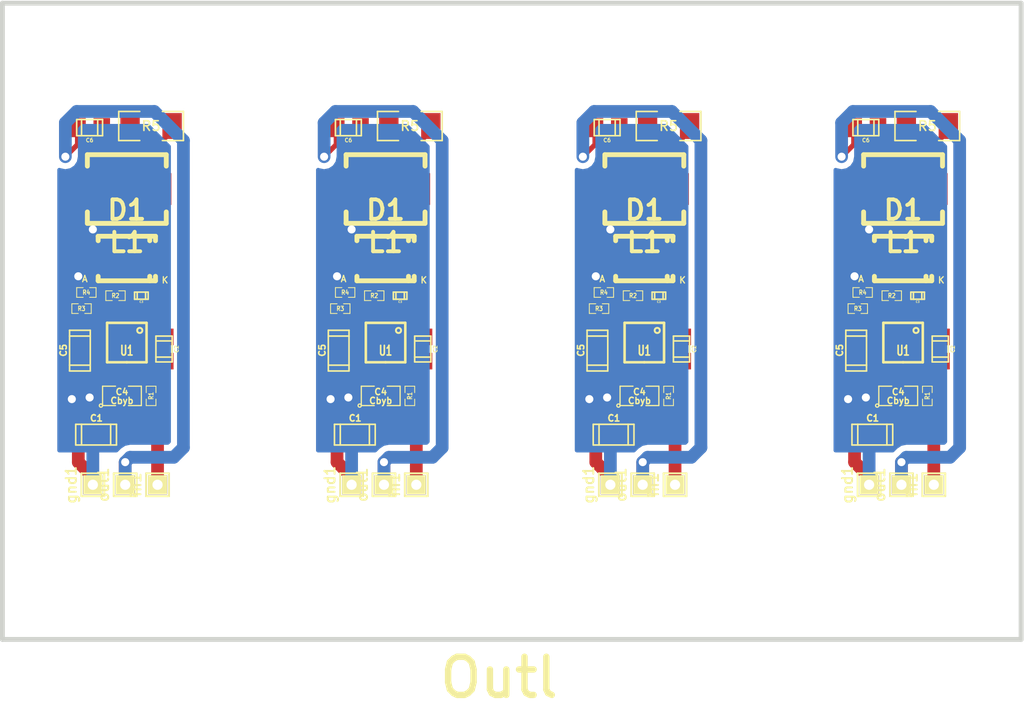
<source format=kicad_pcb>
(kicad_pcb (version 3) (host pcbnew "(2014-03-29 BZR 4777)-product")

  (general
    (links 142)
    (no_connects 30)
    (area 138.951608 92.494354 229.170593 157.203648)
    (thickness 1.6)
    (drawings 0)
    (tracks 444)
    (zones 0)
    (modules 69)
    (nets 11)
  )

  (page A4)
  (layers
    (15 F.Cu signal)
    (0 B.Cu signal)
    (16 B.Adhes user)
    (17 F.Adhes user)
    (18 B.Paste user)
    (19 F.Paste user)
    (20 B.SilkS user)
    (21 F.SilkS user)
    (22 B.Mask user)
    (23 F.Mask user)
    (24 Dwgs.User user)
    (25 Cmts.User user)
    (26 Eco1.User user)
    (27 Eco2.User user)
    (28 Edge.Cuts user)
  )

  (setup
    (last_trace_width 0.4)
    (user_trace_width 0.3)
    (user_trace_width 0.35)
    (user_trace_width 0.4)
    (user_trace_width 0.45)
    (user_trace_width 0.5)
    (user_trace_width 0.6)
    (user_trace_width 0.7)
    (user_trace_width 0.8)
    (user_trace_width 0.9)
    (user_trace_width 1)
    (trace_clearance 0.254)
    (zone_clearance 0.4826)
    (zone_45_only no)
    (trace_min 0.254)
    (segment_width 0.2)
    (edge_width 0.15)
    (via_size 0.889)
    (via_drill 0.635)
    (via_min_size 0.889)
    (via_min_drill 0.508)
    (uvia_size 0.508)
    (uvia_drill 0.127)
    (uvias_allowed no)
    (uvia_min_size 0.508)
    (uvia_min_drill 0.127)
    (pcb_text_width 0.3)
    (pcb_text_size 1 1)
    (mod_edge_width 0.15)
    (mod_text_size 1 1)
    (mod_text_width 0.15)
    (pad_size 1 1)
    (pad_drill 0.6)
    (pad_to_mask_clearance 0)
    (aux_axis_origin 0 0)
    (visible_elements FFFFFF7F)
    (pcbplotparams
      (layerselection 1)
      (usegerberextensions false)
      (excludeedgelayer true)
      (linewidth 0.100000)
      (plotframeref false)
      (viasonmask false)
      (mode 1)
      (useauxorigin false)
      (hpglpennumber 1)
      (hpglpenspeed 20)
      (hpglpendiameter 15)
      (hpglpenoverlay 2)
      (psnegative false)
      (psa4output true)
      (plotreference true)
      (plotvalue true)
      (plotothertext true)
      (plotinvisibletext false)
      (padsonsilk false)
      (subtractmaskfromsilk false)
      (outputformat 2)
      (mirror false)
      (drillshape 1)
      (scaleselection 1)
      (outputdirectory ""))
  )

  (net 0 "")
  (net 1 "Net-(C1-Pad1)")
  (net 2 GND)
  (net 3 "Net-(C3-Pad1)")
  (net 4 "Net-(C3-Pad2)")
  (net 5 "Net-(C4-Pad2)")
  (net 6 "Net-(C5-Pad1)")
  (net 7 "Net-(C5-Pad2)")
  (net 8 "Net-(C6-Pad2)")
  (net 9 "Net-(R1-Pad2)")
  (net 10 "Net-(R2-Pad1)")

  (net_class Default "Dies ist die voreingestellte Netzklasse."
    (clearance 0.254)
    (trace_width 0.254)
    (via_dia 0.889)
    (via_drill 0.635)
    (uvia_dia 0.508)
    (uvia_drill 0.127)
    (add_net GND)
    (add_net "Net-(C1-Pad1)")
    (add_net "Net-(C3-Pad1)")
    (add_net "Net-(C3-Pad2)")
    (add_net "Net-(C4-Pad2)")
    (add_net "Net-(C5-Pad1)")
    (add_net "Net-(C5-Pad2)")
    (add_net "Net-(C6-Pad2)")
    (add_net "Net-(R1-Pad2)")
    (add_net "Net-(R2-Pad1)")
  )

  (module Connect:SIL-1 (layer F.Cu) (tedit 53405FA5) (tstamp 534067B3)
    (at 196.342 139.446 90)
    (descr "Connecteurs 1 pin")
    (tags "CONN DEV")
    (path /53405F6E)
    (fp_text reference out1 (at 0 -1.7 90) (layer F.SilkS)
      (effects (font (size 0.8 0.8) (thickness 0.15)))
    )
    (fp_text value CONN_1 (at 0.1 -1.7 90) (layer F.SilkS) hide
      (effects (font (size 0.8 0.8) (thickness 0.15)))
    )
    (fp_line (start -0.9 -0.9) (end 0.9 -0.9) (layer F.SilkS) (width 0.15))
    (fp_line (start 0.9 -0.9) (end 0.9 0.9) (layer F.SilkS) (width 0.15))
    (fp_line (start 0.9 0.9) (end -0.9 0.9) (layer F.SilkS) (width 0.15))
    (fp_line (start -0.9 0.9) (end -0.9 -0.9) (layer F.SilkS) (width 0.15))
    (pad 1 thru_hole rect (at 0 0 90) (size 1.5 1.5) (drill 0.8) (layers *.Cu *.Mask F.SilkS)
      (net 6 "Net-(C5-Pad1)"))
  )

  (module Connect:SIL-1 (layer F.Cu) (tedit 53405FA5) (tstamp 534067AB)
    (at 198.882 139.446 90)
    (descr "Connecteurs 1 pin")
    (tags "CONN DEV")
    (path /53405F28)
    (fp_text reference in1 (at 0 -1.7 90) (layer F.SilkS)
      (effects (font (size 0.8 0.8) (thickness 0.15)))
    )
    (fp_text value CONN_1 (at 0.1 -1.7 90) (layer F.SilkS) hide
      (effects (font (size 0.8 0.8) (thickness 0.15)))
    )
    (fp_line (start -0.9 -0.9) (end 0.9 -0.9) (layer F.SilkS) (width 0.15))
    (fp_line (start 0.9 -0.9) (end 0.9 0.9) (layer F.SilkS) (width 0.15))
    (fp_line (start 0.9 0.9) (end -0.9 0.9) (layer F.SilkS) (width 0.15))
    (fp_line (start -0.9 0.9) (end -0.9 -0.9) (layer F.SilkS) (width 0.15))
    (pad 1 thru_hole rect (at 0 0 90) (size 1.5 1.5) (drill 0.8) (layers *.Cu *.Mask F.SilkS)
      (net 1 "Net-(C1-Pad1)"))
  )

  (module Connect:SIL-1 (layer F.Cu) (tedit 53405FA5) (tstamp 534067A3)
    (at 193.802 139.446 90)
    (descr "Connecteurs 1 pin")
    (tags "CONN DEV")
    (path /53405F55)
    (fp_text reference gnd1 (at 0 -1.7 90) (layer F.SilkS)
      (effects (font (size 0.8 0.8) (thickness 0.15)))
    )
    (fp_text value CONN_1 (at 0.1 -1.7 90) (layer F.SilkS) hide
      (effects (font (size 0.8 0.8) (thickness 0.15)))
    )
    (fp_line (start -0.9 -0.9) (end 0.9 -0.9) (layer F.SilkS) (width 0.15))
    (fp_line (start 0.9 -0.9) (end 0.9 0.9) (layer F.SilkS) (width 0.15))
    (fp_line (start 0.9 0.9) (end -0.9 0.9) (layer F.SilkS) (width 0.15))
    (fp_line (start -0.9 0.9) (end -0.9 -0.9) (layer F.SilkS) (width 0.15))
    (pad 1 thru_hole rect (at 0 0 90) (size 1.5 1.5) (drill 0.8) (layers *.Cu *.Mask F.SilkS)
      (net 2 GND))
  )

  (module SMD_Packages:SM0805 (layer F.Cu) (tedit 53405299) (tstamp 53406797)
    (at 196.088 132.461)
    (path /52FBFE76)
    (attr smd)
    (fp_text reference C4 (at 0 -0.3175) (layer F.SilkS)
      (effects (font (size 0.50038 0.50038) (thickness 0.10922)))
    )
    (fp_text value Cbyb (at 0 0.381) (layer F.SilkS)
      (effects (font (size 0.50038 0.50038) (thickness 0.10922)))
    )
    (fp_circle (center -1.651 0.762) (end -1.651 0.635) (layer F.SilkS) (width 0.09906))
    (fp_line (start -0.508 0.762) (end -1.524 0.762) (layer F.SilkS) (width 0.09906))
    (fp_line (start -1.524 0.762) (end -1.524 -0.762) (layer F.SilkS) (width 0.09906))
    (fp_line (start -1.524 -0.762) (end -0.508 -0.762) (layer F.SilkS) (width 0.09906))
    (fp_line (start 0.508 -0.762) (end 1.524 -0.762) (layer F.SilkS) (width 0.09906))
    (fp_line (start 1.524 -0.762) (end 1.524 0.762) (layer F.SilkS) (width 0.09906))
    (fp_line (start 1.524 0.762) (end 0.508 0.762) (layer F.SilkS) (width 0.09906))
    (pad 1 smd rect (at -0.9525 0) (size 0.889 1.397) (layers F.Cu F.Paste F.Mask)
      (net 2 GND))
    (pad 2 smd rect (at 0.9525 0) (size 0.889 1.397) (layers F.Cu F.Paste F.Mask)
      (net 5 "Net-(C4-Pad2)"))
    (model smd/chip_cms.wrl
      (at (xyz 0 0 0))
      (scale (xyz 0.1 0.1 0.1))
      (rotate (xyz 0 0 0))
    )
  )

  (module SMD_Packages:SSOP8-9 (layer F.Cu) (tedit 533F3360) (tstamp 53406785)
    (at 196.469 128.27 180)
    (path /533F233B)
    (attr smd)
    (fp_text reference U1 (at 0 -0.635 180) (layer F.SilkS)
      (effects (font (size 0.762 0.508) (thickness 0.1524)))
    )
    (fp_text value L5009 (at 0 0.762 180) (layer F.SilkS) hide
      (effects (font (size 0.762 0.508) (thickness 0.1524)))
    )
    (fp_circle (center -1.016 0.9525) (end -1.0795 1.143) (layer F.SilkS) (width 0.1524))
    (fp_line (start 0 -1.5494) (end -1.5494 -1.5494) (layer F.SilkS) (width 0.2032))
    (fp_line (start -1.5494 -1.5494) (end -1.5494 1.5494) (layer F.SilkS) (width 0.2032))
    (fp_line (start -1.5494 1.5494) (end 1.5494 1.5494) (layer F.SilkS) (width 0.2032))
    (fp_line (start 1.5494 1.5494) (end 1.5494 -1.5494) (layer F.SilkS) (width 0.2032))
    (fp_line (start 1.5494 -1.5494) (end 0 -1.5494) (layer F.SilkS) (width 0.2032))
    (pad 1 smd rect (at -0.98044 1.99898 180) (size 0.4191 1.1684) (layers F.Cu F.Paste F.Mask)
      (net 4 "Net-(C3-Pad2)"))
    (pad 2 smd rect (at -0.3302 1.99898 180) (size 0.4191 1.1684) (layers F.Cu F.Paste F.Mask)
      (net 3 "Net-(C3-Pad1)"))
    (pad 3 smd rect (at 0.3302 1.99898 180) (size 0.4191 1.1684) (layers F.Cu F.Paste F.Mask)
      (net 10 "Net-(R2-Pad1)"))
    (pad 4 smd rect (at 0.98044 1.99898 180) (size 0.4191 1.1684) (layers F.Cu F.Paste F.Mask)
      (net 2 GND))
    (pad 5 smd rect (at 0.98044 -1.99898 180) (size 0.4191 1.1684) (layers F.Cu F.Paste F.Mask)
      (net 7 "Net-(C5-Pad2)"))
    (pad 6 smd rect (at 0.3302 -1.99898 180) (size 0.4191 1.1684) (layers F.Cu F.Paste F.Mask)
      (net 9 "Net-(R1-Pad2)"))
    (pad 7 smd rect (at -0.3302 -1.99898 180) (size 0.4191 1.1684) (layers F.Cu F.Paste F.Mask)
      (net 5 "Net-(C4-Pad2)"))
    (pad 8 smd rect (at -0.98044 -1.99898 180) (size 0.4191 1.1684) (layers F.Cu F.Paste F.Mask)
      (net 1 "Net-(C1-Pad1)"))
    (pad 9 smd rect (at 0 0 180) (size 2.794 2.0828) (layers F.Cu F.Paste F.Mask)
      (net 2 GND))
    (model smd/cms_so8.wrl
      (at (xyz 0 0 0))
      (scale (xyz 0.25 0.25 0.25))
      (rotate (xyz 0 0 0))
    )
  )

  (module SMD_Packages:SM1206 (layer F.Cu) (tedit 533F3360) (tstamp 5340677A)
    (at 198.374 111.252)
    (path /52FBFF17)
    (attr smd)
    (fp_text reference R5 (at 0 0) (layer F.SilkS)
      (effects (font (size 0.762 0.762) (thickness 0.127)))
    )
    (fp_text value Rseries (at 0 0) (layer F.SilkS) hide
      (effects (font (size 0.762 0.762) (thickness 0.127)))
    )
    (fp_line (start -2.54 -1.143) (end -2.54 1.143) (layer F.SilkS) (width 0.127))
    (fp_line (start -2.54 1.143) (end -0.889 1.143) (layer F.SilkS) (width 0.127))
    (fp_line (start 0.889 -1.143) (end 2.54 -1.143) (layer F.SilkS) (width 0.127))
    (fp_line (start 2.54 -1.143) (end 2.54 1.143) (layer F.SilkS) (width 0.127))
    (fp_line (start 2.54 1.143) (end 0.889 1.143) (layer F.SilkS) (width 0.127))
    (fp_line (start -0.889 -1.143) (end -2.54 -1.143) (layer F.SilkS) (width 0.127))
    (pad 1 smd rect (at -1.651 0) (size 1.524 2.032) (layers F.Cu F.Paste F.Mask)
      (net 8 "Net-(C6-Pad2)"))
    (pad 2 smd rect (at 1.651 0) (size 1.524 2.032) (layers F.Cu F.Paste F.Mask)
      (net 2 GND))
    (model smd/chip_cms.wrl
      (at (xyz 0 0 0))
      (scale (xyz 0.17 0.16 0.16))
      (rotate (xyz 0 0 0))
    )
  )

  (module SMD_Packages:SM0402 (layer F.Cu) (tedit 533F3360) (tstamp 5340676F)
    (at 193.294 124.333)
    (path /52FBFED9)
    (attr smd)
    (fp_text reference R4 (at 0 0) (layer F.SilkS)
      (effects (font (size 0.35052 0.3048) (thickness 0.07112)))
    )
    (fp_text value Rfbb (at 0.09906 0) (layer F.SilkS) hide
      (effects (font (size 0.35052 0.3048) (thickness 0.07112)))
    )
    (fp_line (start -0.254 -0.381) (end -0.762 -0.381) (layer F.SilkS) (width 0.07112))
    (fp_line (start -0.762 -0.381) (end -0.762 0.381) (layer F.SilkS) (width 0.07112))
    (fp_line (start -0.762 0.381) (end -0.254 0.381) (layer F.SilkS) (width 0.07112))
    (fp_line (start 0.254 -0.381) (end 0.762 -0.381) (layer F.SilkS) (width 0.07112))
    (fp_line (start 0.762 -0.381) (end 0.762 0.381) (layer F.SilkS) (width 0.07112))
    (fp_line (start 0.762 0.381) (end 0.254 0.381) (layer F.SilkS) (width 0.07112))
    (pad 1 smd rect (at -0.44958 0) (size 0.39878 0.59944) (layers F.Cu F.Paste F.Mask)
      (net 7 "Net-(C5-Pad2)"))
    (pad 2 smd rect (at 0.44958 0) (size 0.39878 0.59944) (layers F.Cu F.Paste F.Mask)
      (net 2 GND))
    (model smd\chip_cms.wrl
      (at (xyz 0 0 0.002))
      (scale (xyz 0.05 0.05 0.05))
      (rotate (xyz 0 0 0))
    )
  )

  (module SMD_Packages:SM0402 (layer F.Cu) (tedit 533F3360) (tstamp 53406764)
    (at 192.913 125.603)
    (path /52FBFEC0)
    (attr smd)
    (fp_text reference R3 (at 0 0) (layer F.SilkS)
      (effects (font (size 0.35052 0.3048) (thickness 0.07112)))
    )
    (fp_text value Rfbt (at 0.09906 0) (layer F.SilkS) hide
      (effects (font (size 0.35052 0.3048) (thickness 0.07112)))
    )
    (fp_line (start -0.254 -0.381) (end -0.762 -0.381) (layer F.SilkS) (width 0.07112))
    (fp_line (start -0.762 -0.381) (end -0.762 0.381) (layer F.SilkS) (width 0.07112))
    (fp_line (start -0.762 0.381) (end -0.254 0.381) (layer F.SilkS) (width 0.07112))
    (fp_line (start 0.254 -0.381) (end 0.762 -0.381) (layer F.SilkS) (width 0.07112))
    (fp_line (start 0.762 -0.381) (end 0.762 0.381) (layer F.SilkS) (width 0.07112))
    (fp_line (start 0.762 0.381) (end 0.254 0.381) (layer F.SilkS) (width 0.07112))
    (pad 1 smd rect (at -0.44958 0) (size 0.39878 0.59944) (layers F.Cu F.Paste F.Mask)
      (net 6 "Net-(C5-Pad1)"))
    (pad 2 smd rect (at 0.44958 0) (size 0.39878 0.59944) (layers F.Cu F.Paste F.Mask)
      (net 7 "Net-(C5-Pad2)"))
    (model smd\chip_cms.wrl
      (at (xyz 0 0 0.002))
      (scale (xyz 0.05 0.05 0.05))
      (rotate (xyz 0 0 0))
    )
  )

  (module SMD_Packages:SM0402 (layer F.Cu) (tedit 533F3360) (tstamp 53406759)
    (at 195.58 124.587 180)
    (path /52FBFE5D)
    (attr smd)
    (fp_text reference R2 (at 0 0 180) (layer F.SilkS)
      (effects (font (size 0.35052 0.3048) (thickness 0.07112)))
    )
    (fp_text value Rilim (at 0.09906 0 180) (layer F.SilkS) hide
      (effects (font (size 0.35052 0.3048) (thickness 0.07112)))
    )
    (fp_line (start -0.254 -0.381) (end -0.762 -0.381) (layer F.SilkS) (width 0.07112))
    (fp_line (start -0.762 -0.381) (end -0.762 0.381) (layer F.SilkS) (width 0.07112))
    (fp_line (start -0.762 0.381) (end -0.254 0.381) (layer F.SilkS) (width 0.07112))
    (fp_line (start 0.254 -0.381) (end 0.762 -0.381) (layer F.SilkS) (width 0.07112))
    (fp_line (start 0.762 -0.381) (end 0.762 0.381) (layer F.SilkS) (width 0.07112))
    (fp_line (start 0.762 0.381) (end 0.254 0.381) (layer F.SilkS) (width 0.07112))
    (pad 1 smd rect (at -0.44958 0 180) (size 0.39878 0.59944) (layers F.Cu F.Paste F.Mask)
      (net 10 "Net-(R2-Pad1)"))
    (pad 2 smd rect (at 0.44958 0 180) (size 0.39878 0.59944) (layers F.Cu F.Paste F.Mask)
      (net 2 GND))
    (model smd\chip_cms.wrl
      (at (xyz 0 0 0.002))
      (scale (xyz 0.05 0.05 0.05))
      (rotate (xyz 0 0 0))
    )
  )

  (module SMD_Packages:SM0402 (layer F.Cu) (tedit 533F3360) (tstamp 5340674E)
    (at 198.374 132.461 270)
    (path /52FBFDEF)
    (attr smd)
    (fp_text reference R1 (at 0 0 270) (layer F.SilkS)
      (effects (font (size 0.35052 0.3048) (thickness 0.07112)))
    )
    (fp_text value Ron (at 0.09906 0 270) (layer F.SilkS) hide
      (effects (font (size 0.35052 0.3048) (thickness 0.07112)))
    )
    (fp_line (start -0.254 -0.381) (end -0.762 -0.381) (layer F.SilkS) (width 0.07112))
    (fp_line (start -0.762 -0.381) (end -0.762 0.381) (layer F.SilkS) (width 0.07112))
    (fp_line (start -0.762 0.381) (end -0.254 0.381) (layer F.SilkS) (width 0.07112))
    (fp_line (start 0.254 -0.381) (end 0.762 -0.381) (layer F.SilkS) (width 0.07112))
    (fp_line (start 0.762 -0.381) (end 0.762 0.381) (layer F.SilkS) (width 0.07112))
    (fp_line (start 0.762 0.381) (end 0.254 0.381) (layer F.SilkS) (width 0.07112))
    (pad 1 smd rect (at -0.44958 0 270) (size 0.39878 0.59944) (layers F.Cu F.Paste F.Mask)
      (net 1 "Net-(C1-Pad1)"))
    (pad 2 smd rect (at 0.44958 0 270) (size 0.39878 0.59944) (layers F.Cu F.Paste F.Mask)
      (net 9 "Net-(R1-Pad2)"))
    (model smd\chip_cms.wrl
      (at (xyz 0 0 0.002))
      (scale (xyz 0.05 0.05 0.05))
      (rotate (xyz 0 0 0))
    )
  )

  (module Inductors_NEOSID:Neosid_Inductor_SM-PIC0512H (layer F.Cu) (tedit 533F3361) (tstamp 53406743)
    (at 196.469 116.205 180)
    (descr "Neosid, Inductor, PIC0512H, Power Inductor, Festinduktivitaet, SMD,")
    (tags "Neosid, Inductor, PIC0512H, Power Inductor, Festinduktivitaet, SMD,")
    (path /52FBFE22)
    (attr smd)
    (fp_text reference L1 (at 0 -4.20116 180) (layer F.SilkS)
      (effects (font (thickness 0.3048)))
    )
    (fp_text value INDUCTOR_SMALL (at 0 5.10032 180) (layer F.SilkS) hide
      (effects (font (thickness 0.3048)))
    )
    (fp_line (start 3.0988 1.80086) (end 3.0988 2.70002) (layer F.SilkS) (width 0.381))
    (fp_line (start 3.0988 2.70002) (end -3.0988 2.70002) (layer F.SilkS) (width 0.381))
    (fp_line (start -3.0988 2.70002) (end -3.0988 1.80086) (layer F.SilkS) (width 0.381))
    (fp_line (start 3.0988 -2.70002) (end 3.0988 -1.80086) (layer F.SilkS) (width 0.381))
    (fp_line (start 3.0988 -2.70002) (end -3.0988 -2.70002) (layer F.SilkS) (width 0.381))
    (fp_line (start -3.0988 -2.70002) (end -3.0988 -1.80086) (layer F.SilkS) (width 0.381))
    (pad 1 smd rect (at -2.49936 0) (size 1.99898 2.49936) (layers F.Cu F.Paste F.Mask)
      (net 4 "Net-(C3-Pad2)"))
    (pad 2 smd rect (at 2.49936 0) (size 1.99898 2.49936) (layers F.Cu F.Paste F.Mask)
      (net 6 "Net-(C5-Pad1)"))
  )

  (module Diodes_SMD:Diode-SMA_Standard (layer F.Cu) (tedit 533F3361) (tstamp 53406733)
    (at 196.469 121.666)
    (descr "Diode SMA")
    (tags "Diode SMA")
    (path /52FBFE0E)
    (attr smd)
    (fp_text reference D1 (at 0 -3.81) (layer F.SilkS)
      (effects (font (thickness 0.3048)))
    )
    (fp_text value DIODESCH (at 0 3.81) (layer F.SilkS) hide
      (effects (font (thickness 0.3048)))
    )
    (fp_text user A (at -3.29946 1.6002) (layer F.SilkS)
      (effects (font (size 0.50038 0.50038) (thickness 0.09906)))
    )
    (fp_text user K (at 2.99974 1.69926) (layer F.SilkS)
      (effects (font (size 0.50038 0.50038) (thickness 0.09906)))
    )
    (fp_circle (center 0 0) (end 0.20066 -0.0508) (layer F.Adhes) (width 0.381))
    (fp_line (start 1.80086 1.75006) (end 1.80086 1.39954) (layer F.SilkS) (width 0.381))
    (fp_line (start 1.80086 -1.75006) (end 1.80086 -1.39954) (layer F.SilkS) (width 0.381))
    (fp_line (start 2.25044 1.75006) (end 2.25044 1.39954) (layer F.SilkS) (width 0.381))
    (fp_line (start -2.25044 1.75006) (end -2.25044 1.39954) (layer F.SilkS) (width 0.381))
    (fp_line (start -2.25044 -1.75006) (end -2.25044 -1.39954) (layer F.SilkS) (width 0.381))
    (fp_line (start 2.25044 -1.75006) (end 2.25044 -1.39954) (layer F.SilkS) (width 0.381))
    (fp_line (start -2.25044 1.75006) (end 2.25044 1.75006) (layer F.SilkS) (width 0.381))
    (fp_line (start -2.25044 -1.75006) (end 2.25044 -1.75006) (layer F.SilkS) (width 0.381))
    (pad 1 smd rect (at -1.99898 0) (size 2.49936 1.80086) (layers F.Cu F.Paste F.Mask)
      (net 2 GND))
    (pad 2 smd rect (at 1.99898 0) (size 2.49936 1.80086) (layers F.Cu F.Paste F.Mask)
      (net 4 "Net-(C3-Pad2)"))
    (model SMA_Faktor03937_RevA_06Sep2012.wrl
      (at (xyz 0 0 0))
      (scale (xyz 0.3937 0.3937 0.3937))
      (rotate (xyz 0 0 0))
    )
  )

  (module Capacitors_SMD:c_0805 (layer F.Cu) (tedit 533F3362) (tstamp 53406728)
    (at 193.548 111.379 180)
    (descr "SMT capacitor, 0805")
    (path /52FBFEF2)
    (fp_text reference C6 (at 0 -0.9906 180) (layer F.SilkS)
      (effects (font (size 0.29972 0.29972) (thickness 0.06096)))
    )
    (fp_text value Cout (at 0 0.9906 180) (layer F.SilkS) hide
      (effects (font (size 0.29972 0.29972) (thickness 0.06096)))
    )
    (fp_line (start 0.635 -0.635) (end 0.635 0.635) (layer F.SilkS) (width 0.127))
    (fp_line (start -0.635 -0.635) (end -0.635 0.6096) (layer F.SilkS) (width 0.127))
    (fp_line (start -1.016 -0.635) (end 1.016 -0.635) (layer F.SilkS) (width 0.127))
    (fp_line (start 1.016 -0.635) (end 1.016 0.635) (layer F.SilkS) (width 0.127))
    (fp_line (start 1.016 0.635) (end -1.016 0.635) (layer F.SilkS) (width 0.127))
    (fp_line (start -1.016 0.635) (end -1.016 -0.635) (layer F.SilkS) (width 0.127))
    (pad 1 smd rect (at 0.9525 0 180) (size 1.30048 1.4986) (layers F.Cu F.Paste F.Mask)
      (net 6 "Net-(C5-Pad1)"))
    (pad 2 smd rect (at -0.9525 0 180) (size 1.30048 1.4986) (layers F.Cu F.Paste F.Mask)
      (net 8 "Net-(C6-Pad2)"))
    (model smd/capacitors/c_0805.wrl
      (at (xyz 0 0 0))
      (scale (xyz 1 1 1))
      (rotate (xyz 0 0 0))
    )
  )

  (module Capacitors_SMD:c_1206 (layer F.Cu) (tedit 533F3362) (tstamp 5340671D)
    (at 192.786 128.905 90)
    (descr "SMT capacitor, 1206")
    (path /52FBFEA0)
    (fp_text reference C5 (at 0.0254 -1.2954 90) (layer F.SilkS)
      (effects (font (size 0.50038 0.50038) (thickness 0.11938)))
    )
    (fp_text value Cff (at 0 1.27 90) (layer F.SilkS) hide
      (effects (font (size 0.50038 0.50038) (thickness 0.11938)))
    )
    (fp_line (start 1.143 0.8128) (end 1.143 -0.8128) (layer F.SilkS) (width 0.127))
    (fp_line (start -1.143 -0.8128) (end -1.143 0.8128) (layer F.SilkS) (width 0.127))
    (fp_line (start -1.6002 -0.8128) (end -1.6002 0.8128) (layer F.SilkS) (width 0.127))
    (fp_line (start -1.6002 0.8128) (end 1.6002 0.8128) (layer F.SilkS) (width 0.127))
    (fp_line (start 1.6002 0.8128) (end 1.6002 -0.8128) (layer F.SilkS) (width 0.127))
    (fp_line (start 1.6002 -0.8128) (end -1.6002 -0.8128) (layer F.SilkS) (width 0.127))
    (pad 1 smd rect (at 1.397 0 90) (size 1.6002 1.8034) (layers F.Cu F.Paste F.Mask)
      (net 6 "Net-(C5-Pad1)"))
    (pad 2 smd rect (at -1.397 0 90) (size 1.6002 1.8034) (layers F.Cu F.Paste F.Mask)
      (net 7 "Net-(C5-Pad2)"))
    (model smd/capacitors/c_1206.wrl
      (at (xyz 0 0 0))
      (scale (xyz 1 1 1))
      (rotate (xyz 0 0 0))
    )
  )

  (module Capacitors_SMD:c_0402 (layer F.Cu) (tedit 533F3362) (tstamp 53406712)
    (at 197.612 124.587 180)
    (descr "SMT capacitor, 0402")
    (path /52FBFE01)
    (fp_text reference C3 (at 0 -0.4826 180) (layer F.SilkS)
      (effects (font (size 0.1524 0.1524) (thickness 0.03048)))
    )
    (fp_text value Cb (at 0 0.4826 180) (layer F.SilkS) hide
      (effects (font (size 0.1524 0.1524) (thickness 0.03048)))
    )
    (fp_line (start 0.3302 -0.2794) (end 0.3302 0.2794) (layer F.SilkS) (width 0.127))
    (fp_line (start -0.3302 -0.2794) (end -0.3302 0.2794) (layer F.SilkS) (width 0.127))
    (fp_line (start -0.5334 -0.2794) (end -0.5334 0.2794) (layer F.SilkS) (width 0.127))
    (fp_line (start -0.5334 0.2794) (end 0.5334 0.2794) (layer F.SilkS) (width 0.127))
    (fp_line (start 0.5334 0.2794) (end 0.5334 -0.2794) (layer F.SilkS) (width 0.127))
    (fp_line (start 0.5334 -0.2794) (end -0.5334 -0.2794) (layer F.SilkS) (width 0.127))
    (pad 1 smd rect (at 0.54864 0 180) (size 0.8001 0.6985) (layers F.Cu F.Paste F.Mask)
      (net 3 "Net-(C3-Pad1)"))
    (pad 2 smd rect (at -0.54864 0 180) (size 0.8001 0.6985) (layers F.Cu F.Paste F.Mask)
      (net 4 "Net-(C3-Pad2)"))
    (model smd/capacitors/c_0402.wrl
      (at (xyz 0 0 0))
      (scale (xyz 1 1 1))
      (rotate (xyz 0 0 0))
    )
  )

  (module Capacitors_SMD:c_0805 (layer F.Cu) (tedit 533F3362) (tstamp 53406707)
    (at 199.39 128.778 270)
    (descr "SMT capacitor, 0805")
    (path /52FBFDE2)
    (fp_text reference C2 (at 0 -0.9906 270) (layer F.SilkS)
      (effects (font (size 0.29972 0.29972) (thickness 0.06096)))
    )
    (fp_text value Cinx (at 0 0.9906 270) (layer F.SilkS) hide
      (effects (font (size 0.29972 0.29972) (thickness 0.06096)))
    )
    (fp_line (start 0.635 -0.635) (end 0.635 0.635) (layer F.SilkS) (width 0.127))
    (fp_line (start -0.635 -0.635) (end -0.635 0.6096) (layer F.SilkS) (width 0.127))
    (fp_line (start -1.016 -0.635) (end 1.016 -0.635) (layer F.SilkS) (width 0.127))
    (fp_line (start 1.016 -0.635) (end 1.016 0.635) (layer F.SilkS) (width 0.127))
    (fp_line (start 1.016 0.635) (end -1.016 0.635) (layer F.SilkS) (width 0.127))
    (fp_line (start -1.016 0.635) (end -1.016 -0.635) (layer F.SilkS) (width 0.127))
    (pad 1 smd rect (at 0.9525 0 270) (size 1.30048 1.4986) (layers F.Cu F.Paste F.Mask)
      (net 1 "Net-(C1-Pad1)"))
    (pad 2 smd rect (at -0.9525 0 270) (size 1.30048 1.4986) (layers F.Cu F.Paste F.Mask)
      (net 2 GND))
    (model smd/capacitors/c_0805.wrl
      (at (xyz 0 0 0))
      (scale (xyz 1 1 1))
      (rotate (xyz 0 0 0))
    )
  )

  (module Capacitors_SMD:c_1206 (layer F.Cu) (tedit 533F3362) (tstamp 534066FC)
    (at 194.056 135.509)
    (descr "SMT capacitor, 1206")
    (path /52FBFDD0)
    (fp_text reference C1 (at 0.0254 -1.2954) (layer F.SilkS)
      (effects (font (size 0.50038 0.50038) (thickness 0.11938)))
    )
    (fp_text value Cin (at 0 1.27) (layer F.SilkS) hide
      (effects (font (size 0.50038 0.50038) (thickness 0.11938)))
    )
    (fp_line (start 1.143 0.8128) (end 1.143 -0.8128) (layer F.SilkS) (width 0.127))
    (fp_line (start -1.143 -0.8128) (end -1.143 0.8128) (layer F.SilkS) (width 0.127))
    (fp_line (start -1.6002 -0.8128) (end -1.6002 0.8128) (layer F.SilkS) (width 0.127))
    (fp_line (start -1.6002 0.8128) (end 1.6002 0.8128) (layer F.SilkS) (width 0.127))
    (fp_line (start 1.6002 0.8128) (end 1.6002 -0.8128) (layer F.SilkS) (width 0.127))
    (fp_line (start 1.6002 -0.8128) (end -1.6002 -0.8128) (layer F.SilkS) (width 0.127))
    (pad 1 smd rect (at 1.397 0) (size 1.6002 1.8034) (layers F.Cu F.Paste F.Mask)
      (net 1 "Net-(C1-Pad1)"))
    (pad 2 smd rect (at -1.397 0) (size 1.6002 1.8034) (layers F.Cu F.Paste F.Mask)
      (net 2 GND))
    (model smd/capacitors/c_1206.wrl
      (at (xyz 0 0 0))
      (scale (xyz 1 1 1))
      (rotate (xyz 0 0 0))
    )
  )

  (module Capacitors_SMD:c_1206 (layer F.Cu) (tedit 533F3362) (tstamp 534066F1)
    (at 214.376 135.509)
    (descr "SMT capacitor, 1206")
    (path /52FBFDD0)
    (fp_text reference C1 (at 0.0254 -1.2954) (layer F.SilkS)
      (effects (font (size 0.50038 0.50038) (thickness 0.11938)))
    )
    (fp_text value Cin (at 0 1.27) (layer F.SilkS) hide
      (effects (font (size 0.50038 0.50038) (thickness 0.11938)))
    )
    (fp_line (start 1.143 0.8128) (end 1.143 -0.8128) (layer F.SilkS) (width 0.127))
    (fp_line (start -1.143 -0.8128) (end -1.143 0.8128) (layer F.SilkS) (width 0.127))
    (fp_line (start -1.6002 -0.8128) (end -1.6002 0.8128) (layer F.SilkS) (width 0.127))
    (fp_line (start -1.6002 0.8128) (end 1.6002 0.8128) (layer F.SilkS) (width 0.127))
    (fp_line (start 1.6002 0.8128) (end 1.6002 -0.8128) (layer F.SilkS) (width 0.127))
    (fp_line (start 1.6002 -0.8128) (end -1.6002 -0.8128) (layer F.SilkS) (width 0.127))
    (pad 1 smd rect (at 1.397 0) (size 1.6002 1.8034) (layers F.Cu F.Paste F.Mask)
      (net 1 "Net-(C1-Pad1)"))
    (pad 2 smd rect (at -1.397 0) (size 1.6002 1.8034) (layers F.Cu F.Paste F.Mask)
      (net 2 GND))
    (model smd/capacitors/c_1206.wrl
      (at (xyz 0 0 0))
      (scale (xyz 1 1 1))
      (rotate (xyz 0 0 0))
    )
  )

  (module Capacitors_SMD:c_0805 (layer F.Cu) (tedit 533F3362) (tstamp 534066E6)
    (at 219.71 128.778 270)
    (descr "SMT capacitor, 0805")
    (path /52FBFDE2)
    (fp_text reference C2 (at 0 -0.9906 270) (layer F.SilkS)
      (effects (font (size 0.29972 0.29972) (thickness 0.06096)))
    )
    (fp_text value Cinx (at 0 0.9906 270) (layer F.SilkS) hide
      (effects (font (size 0.29972 0.29972) (thickness 0.06096)))
    )
    (fp_line (start 0.635 -0.635) (end 0.635 0.635) (layer F.SilkS) (width 0.127))
    (fp_line (start -0.635 -0.635) (end -0.635 0.6096) (layer F.SilkS) (width 0.127))
    (fp_line (start -1.016 -0.635) (end 1.016 -0.635) (layer F.SilkS) (width 0.127))
    (fp_line (start 1.016 -0.635) (end 1.016 0.635) (layer F.SilkS) (width 0.127))
    (fp_line (start 1.016 0.635) (end -1.016 0.635) (layer F.SilkS) (width 0.127))
    (fp_line (start -1.016 0.635) (end -1.016 -0.635) (layer F.SilkS) (width 0.127))
    (pad 1 smd rect (at 0.9525 0 270) (size 1.30048 1.4986) (layers F.Cu F.Paste F.Mask)
      (net 1 "Net-(C1-Pad1)"))
    (pad 2 smd rect (at -0.9525 0 270) (size 1.30048 1.4986) (layers F.Cu F.Paste F.Mask)
      (net 2 GND))
    (model smd/capacitors/c_0805.wrl
      (at (xyz 0 0 0))
      (scale (xyz 1 1 1))
      (rotate (xyz 0 0 0))
    )
  )

  (module Capacitors_SMD:c_0402 (layer F.Cu) (tedit 533F3362) (tstamp 534066DB)
    (at 217.932 124.587 180)
    (descr "SMT capacitor, 0402")
    (path /52FBFE01)
    (fp_text reference C3 (at 0 -0.4826 180) (layer F.SilkS)
      (effects (font (size 0.1524 0.1524) (thickness 0.03048)))
    )
    (fp_text value Cb (at 0 0.4826 180) (layer F.SilkS) hide
      (effects (font (size 0.1524 0.1524) (thickness 0.03048)))
    )
    (fp_line (start 0.3302 -0.2794) (end 0.3302 0.2794) (layer F.SilkS) (width 0.127))
    (fp_line (start -0.3302 -0.2794) (end -0.3302 0.2794) (layer F.SilkS) (width 0.127))
    (fp_line (start -0.5334 -0.2794) (end -0.5334 0.2794) (layer F.SilkS) (width 0.127))
    (fp_line (start -0.5334 0.2794) (end 0.5334 0.2794) (layer F.SilkS) (width 0.127))
    (fp_line (start 0.5334 0.2794) (end 0.5334 -0.2794) (layer F.SilkS) (width 0.127))
    (fp_line (start 0.5334 -0.2794) (end -0.5334 -0.2794) (layer F.SilkS) (width 0.127))
    (pad 1 smd rect (at 0.54864 0 180) (size 0.8001 0.6985) (layers F.Cu F.Paste F.Mask)
      (net 3 "Net-(C3-Pad1)"))
    (pad 2 smd rect (at -0.54864 0 180) (size 0.8001 0.6985) (layers F.Cu F.Paste F.Mask)
      (net 4 "Net-(C3-Pad2)"))
    (model smd/capacitors/c_0402.wrl
      (at (xyz 0 0 0))
      (scale (xyz 1 1 1))
      (rotate (xyz 0 0 0))
    )
  )

  (module Capacitors_SMD:c_1206 (layer F.Cu) (tedit 533F3362) (tstamp 534066D0)
    (at 213.106 128.905 90)
    (descr "SMT capacitor, 1206")
    (path /52FBFEA0)
    (fp_text reference C5 (at 0.0254 -1.2954 90) (layer F.SilkS)
      (effects (font (size 0.50038 0.50038) (thickness 0.11938)))
    )
    (fp_text value Cff (at 0 1.27 90) (layer F.SilkS) hide
      (effects (font (size 0.50038 0.50038) (thickness 0.11938)))
    )
    (fp_line (start 1.143 0.8128) (end 1.143 -0.8128) (layer F.SilkS) (width 0.127))
    (fp_line (start -1.143 -0.8128) (end -1.143 0.8128) (layer F.SilkS) (width 0.127))
    (fp_line (start -1.6002 -0.8128) (end -1.6002 0.8128) (layer F.SilkS) (width 0.127))
    (fp_line (start -1.6002 0.8128) (end 1.6002 0.8128) (layer F.SilkS) (width 0.127))
    (fp_line (start 1.6002 0.8128) (end 1.6002 -0.8128) (layer F.SilkS) (width 0.127))
    (fp_line (start 1.6002 -0.8128) (end -1.6002 -0.8128) (layer F.SilkS) (width 0.127))
    (pad 1 smd rect (at 1.397 0 90) (size 1.6002 1.8034) (layers F.Cu F.Paste F.Mask)
      (net 6 "Net-(C5-Pad1)"))
    (pad 2 smd rect (at -1.397 0 90) (size 1.6002 1.8034) (layers F.Cu F.Paste F.Mask)
      (net 7 "Net-(C5-Pad2)"))
    (model smd/capacitors/c_1206.wrl
      (at (xyz 0 0 0))
      (scale (xyz 1 1 1))
      (rotate (xyz 0 0 0))
    )
  )

  (module Capacitors_SMD:c_0805 (layer F.Cu) (tedit 533F3362) (tstamp 534066C5)
    (at 213.868 111.379 180)
    (descr "SMT capacitor, 0805")
    (path /52FBFEF2)
    (fp_text reference C6 (at 0 -0.9906 180) (layer F.SilkS)
      (effects (font (size 0.29972 0.29972) (thickness 0.06096)))
    )
    (fp_text value Cout (at 0 0.9906 180) (layer F.SilkS) hide
      (effects (font (size 0.29972 0.29972) (thickness 0.06096)))
    )
    (fp_line (start 0.635 -0.635) (end 0.635 0.635) (layer F.SilkS) (width 0.127))
    (fp_line (start -0.635 -0.635) (end -0.635 0.6096) (layer F.SilkS) (width 0.127))
    (fp_line (start -1.016 -0.635) (end 1.016 -0.635) (layer F.SilkS) (width 0.127))
    (fp_line (start 1.016 -0.635) (end 1.016 0.635) (layer F.SilkS) (width 0.127))
    (fp_line (start 1.016 0.635) (end -1.016 0.635) (layer F.SilkS) (width 0.127))
    (fp_line (start -1.016 0.635) (end -1.016 -0.635) (layer F.SilkS) (width 0.127))
    (pad 1 smd rect (at 0.9525 0 180) (size 1.30048 1.4986) (layers F.Cu F.Paste F.Mask)
      (net 6 "Net-(C5-Pad1)"))
    (pad 2 smd rect (at -0.9525 0 180) (size 1.30048 1.4986) (layers F.Cu F.Paste F.Mask)
      (net 8 "Net-(C6-Pad2)"))
    (model smd/capacitors/c_0805.wrl
      (at (xyz 0 0 0))
      (scale (xyz 1 1 1))
      (rotate (xyz 0 0 0))
    )
  )

  (module Diodes_SMD:Diode-SMA_Standard (layer F.Cu) (tedit 533F3361) (tstamp 534066B5)
    (at 216.789 121.666)
    (descr "Diode SMA")
    (tags "Diode SMA")
    (path /52FBFE0E)
    (attr smd)
    (fp_text reference D1 (at 0 -3.81) (layer F.SilkS)
      (effects (font (thickness 0.3048)))
    )
    (fp_text value DIODESCH (at 0 3.81) (layer F.SilkS) hide
      (effects (font (thickness 0.3048)))
    )
    (fp_text user A (at -3.29946 1.6002) (layer F.SilkS)
      (effects (font (size 0.50038 0.50038) (thickness 0.09906)))
    )
    (fp_text user K (at 2.99974 1.69926) (layer F.SilkS)
      (effects (font (size 0.50038 0.50038) (thickness 0.09906)))
    )
    (fp_circle (center 0 0) (end 0.20066 -0.0508) (layer F.Adhes) (width 0.381))
    (fp_line (start 1.80086 1.75006) (end 1.80086 1.39954) (layer F.SilkS) (width 0.381))
    (fp_line (start 1.80086 -1.75006) (end 1.80086 -1.39954) (layer F.SilkS) (width 0.381))
    (fp_line (start 2.25044 1.75006) (end 2.25044 1.39954) (layer F.SilkS) (width 0.381))
    (fp_line (start -2.25044 1.75006) (end -2.25044 1.39954) (layer F.SilkS) (width 0.381))
    (fp_line (start -2.25044 -1.75006) (end -2.25044 -1.39954) (layer F.SilkS) (width 0.381))
    (fp_line (start 2.25044 -1.75006) (end 2.25044 -1.39954) (layer F.SilkS) (width 0.381))
    (fp_line (start -2.25044 1.75006) (end 2.25044 1.75006) (layer F.SilkS) (width 0.381))
    (fp_line (start -2.25044 -1.75006) (end 2.25044 -1.75006) (layer F.SilkS) (width 0.381))
    (pad 1 smd rect (at -1.99898 0) (size 2.49936 1.80086) (layers F.Cu F.Paste F.Mask)
      (net 2 GND))
    (pad 2 smd rect (at 1.99898 0) (size 2.49936 1.80086) (layers F.Cu F.Paste F.Mask)
      (net 4 "Net-(C3-Pad2)"))
    (model SMA_Faktor03937_RevA_06Sep2012.wrl
      (at (xyz 0 0 0))
      (scale (xyz 0.3937 0.3937 0.3937))
      (rotate (xyz 0 0 0))
    )
  )

  (module Inductors_NEOSID:Neosid_Inductor_SM-PIC0512H (layer F.Cu) (tedit 533F3361) (tstamp 534066AA)
    (at 216.789 116.205 180)
    (descr "Neosid, Inductor, PIC0512H, Power Inductor, Festinduktivitaet, SMD,")
    (tags "Neosid, Inductor, PIC0512H, Power Inductor, Festinduktivitaet, SMD,")
    (path /52FBFE22)
    (attr smd)
    (fp_text reference L1 (at 0 -4.20116 180) (layer F.SilkS)
      (effects (font (thickness 0.3048)))
    )
    (fp_text value INDUCTOR_SMALL (at 0 5.10032 180) (layer F.SilkS) hide
      (effects (font (thickness 0.3048)))
    )
    (fp_line (start 3.0988 1.80086) (end 3.0988 2.70002) (layer F.SilkS) (width 0.381))
    (fp_line (start 3.0988 2.70002) (end -3.0988 2.70002) (layer F.SilkS) (width 0.381))
    (fp_line (start -3.0988 2.70002) (end -3.0988 1.80086) (layer F.SilkS) (width 0.381))
    (fp_line (start 3.0988 -2.70002) (end 3.0988 -1.80086) (layer F.SilkS) (width 0.381))
    (fp_line (start 3.0988 -2.70002) (end -3.0988 -2.70002) (layer F.SilkS) (width 0.381))
    (fp_line (start -3.0988 -2.70002) (end -3.0988 -1.80086) (layer F.SilkS) (width 0.381))
    (pad 1 smd rect (at -2.49936 0) (size 1.99898 2.49936) (layers F.Cu F.Paste F.Mask)
      (net 4 "Net-(C3-Pad2)"))
    (pad 2 smd rect (at 2.49936 0) (size 1.99898 2.49936) (layers F.Cu F.Paste F.Mask)
      (net 6 "Net-(C5-Pad1)"))
  )

  (module SMD_Packages:SM0402 (layer F.Cu) (tedit 533F3360) (tstamp 5340669F)
    (at 218.694 132.461 270)
    (path /52FBFDEF)
    (attr smd)
    (fp_text reference R1 (at 0 0 270) (layer F.SilkS)
      (effects (font (size 0.35052 0.3048) (thickness 0.07112)))
    )
    (fp_text value Ron (at 0.09906 0 270) (layer F.SilkS) hide
      (effects (font (size 0.35052 0.3048) (thickness 0.07112)))
    )
    (fp_line (start -0.254 -0.381) (end -0.762 -0.381) (layer F.SilkS) (width 0.07112))
    (fp_line (start -0.762 -0.381) (end -0.762 0.381) (layer F.SilkS) (width 0.07112))
    (fp_line (start -0.762 0.381) (end -0.254 0.381) (layer F.SilkS) (width 0.07112))
    (fp_line (start 0.254 -0.381) (end 0.762 -0.381) (layer F.SilkS) (width 0.07112))
    (fp_line (start 0.762 -0.381) (end 0.762 0.381) (layer F.SilkS) (width 0.07112))
    (fp_line (start 0.762 0.381) (end 0.254 0.381) (layer F.SilkS) (width 0.07112))
    (pad 1 smd rect (at -0.44958 0 270) (size 0.39878 0.59944) (layers F.Cu F.Paste F.Mask)
      (net 1 "Net-(C1-Pad1)"))
    (pad 2 smd rect (at 0.44958 0 270) (size 0.39878 0.59944) (layers F.Cu F.Paste F.Mask)
      (net 9 "Net-(R1-Pad2)"))
    (model smd\chip_cms.wrl
      (at (xyz 0 0 0.002))
      (scale (xyz 0.05 0.05 0.05))
      (rotate (xyz 0 0 0))
    )
  )

  (module SMD_Packages:SM0402 (layer F.Cu) (tedit 533F3360) (tstamp 53406694)
    (at 215.9 124.587 180)
    (path /52FBFE5D)
    (attr smd)
    (fp_text reference R2 (at 0 0 180) (layer F.SilkS)
      (effects (font (size 0.35052 0.3048) (thickness 0.07112)))
    )
    (fp_text value Rilim (at 0.09906 0 180) (layer F.SilkS) hide
      (effects (font (size 0.35052 0.3048) (thickness 0.07112)))
    )
    (fp_line (start -0.254 -0.381) (end -0.762 -0.381) (layer F.SilkS) (width 0.07112))
    (fp_line (start -0.762 -0.381) (end -0.762 0.381) (layer F.SilkS) (width 0.07112))
    (fp_line (start -0.762 0.381) (end -0.254 0.381) (layer F.SilkS) (width 0.07112))
    (fp_line (start 0.254 -0.381) (end 0.762 -0.381) (layer F.SilkS) (width 0.07112))
    (fp_line (start 0.762 -0.381) (end 0.762 0.381) (layer F.SilkS) (width 0.07112))
    (fp_line (start 0.762 0.381) (end 0.254 0.381) (layer F.SilkS) (width 0.07112))
    (pad 1 smd rect (at -0.44958 0 180) (size 0.39878 0.59944) (layers F.Cu F.Paste F.Mask)
      (net 10 "Net-(R2-Pad1)"))
    (pad 2 smd rect (at 0.44958 0 180) (size 0.39878 0.59944) (layers F.Cu F.Paste F.Mask)
      (net 2 GND))
    (model smd\chip_cms.wrl
      (at (xyz 0 0 0.002))
      (scale (xyz 0.05 0.05 0.05))
      (rotate (xyz 0 0 0))
    )
  )

  (module SMD_Packages:SM0402 (layer F.Cu) (tedit 533F3360) (tstamp 53406689)
    (at 213.233 125.603)
    (path /52FBFEC0)
    (attr smd)
    (fp_text reference R3 (at 0 0) (layer F.SilkS)
      (effects (font (size 0.35052 0.3048) (thickness 0.07112)))
    )
    (fp_text value Rfbt (at 0.09906 0) (layer F.SilkS) hide
      (effects (font (size 0.35052 0.3048) (thickness 0.07112)))
    )
    (fp_line (start -0.254 -0.381) (end -0.762 -0.381) (layer F.SilkS) (width 0.07112))
    (fp_line (start -0.762 -0.381) (end -0.762 0.381) (layer F.SilkS) (width 0.07112))
    (fp_line (start -0.762 0.381) (end -0.254 0.381) (layer F.SilkS) (width 0.07112))
    (fp_line (start 0.254 -0.381) (end 0.762 -0.381) (layer F.SilkS) (width 0.07112))
    (fp_line (start 0.762 -0.381) (end 0.762 0.381) (layer F.SilkS) (width 0.07112))
    (fp_line (start 0.762 0.381) (end 0.254 0.381) (layer F.SilkS) (width 0.07112))
    (pad 1 smd rect (at -0.44958 0) (size 0.39878 0.59944) (layers F.Cu F.Paste F.Mask)
      (net 6 "Net-(C5-Pad1)"))
    (pad 2 smd rect (at 0.44958 0) (size 0.39878 0.59944) (layers F.Cu F.Paste F.Mask)
      (net 7 "Net-(C5-Pad2)"))
    (model smd\chip_cms.wrl
      (at (xyz 0 0 0.002))
      (scale (xyz 0.05 0.05 0.05))
      (rotate (xyz 0 0 0))
    )
  )

  (module SMD_Packages:SM0402 (layer F.Cu) (tedit 533F3360) (tstamp 5340667E)
    (at 213.614 124.333)
    (path /52FBFED9)
    (attr smd)
    (fp_text reference R4 (at 0 0) (layer F.SilkS)
      (effects (font (size 0.35052 0.3048) (thickness 0.07112)))
    )
    (fp_text value Rfbb (at 0.09906 0) (layer F.SilkS) hide
      (effects (font (size 0.35052 0.3048) (thickness 0.07112)))
    )
    (fp_line (start -0.254 -0.381) (end -0.762 -0.381) (layer F.SilkS) (width 0.07112))
    (fp_line (start -0.762 -0.381) (end -0.762 0.381) (layer F.SilkS) (width 0.07112))
    (fp_line (start -0.762 0.381) (end -0.254 0.381) (layer F.SilkS) (width 0.07112))
    (fp_line (start 0.254 -0.381) (end 0.762 -0.381) (layer F.SilkS) (width 0.07112))
    (fp_line (start 0.762 -0.381) (end 0.762 0.381) (layer F.SilkS) (width 0.07112))
    (fp_line (start 0.762 0.381) (end 0.254 0.381) (layer F.SilkS) (width 0.07112))
    (pad 1 smd rect (at -0.44958 0) (size 0.39878 0.59944) (layers F.Cu F.Paste F.Mask)
      (net 7 "Net-(C5-Pad2)"))
    (pad 2 smd rect (at 0.44958 0) (size 0.39878 0.59944) (layers F.Cu F.Paste F.Mask)
      (net 2 GND))
    (model smd\chip_cms.wrl
      (at (xyz 0 0 0.002))
      (scale (xyz 0.05 0.05 0.05))
      (rotate (xyz 0 0 0))
    )
  )

  (module SMD_Packages:SM1206 (layer F.Cu) (tedit 533F3360) (tstamp 53406673)
    (at 218.694 111.252)
    (path /52FBFF17)
    (attr smd)
    (fp_text reference R5 (at 0 0) (layer F.SilkS)
      (effects (font (size 0.762 0.762) (thickness 0.127)))
    )
    (fp_text value Rseries (at 0 0) (layer F.SilkS) hide
      (effects (font (size 0.762 0.762) (thickness 0.127)))
    )
    (fp_line (start -2.54 -1.143) (end -2.54 1.143) (layer F.SilkS) (width 0.127))
    (fp_line (start -2.54 1.143) (end -0.889 1.143) (layer F.SilkS) (width 0.127))
    (fp_line (start 0.889 -1.143) (end 2.54 -1.143) (layer F.SilkS) (width 0.127))
    (fp_line (start 2.54 -1.143) (end 2.54 1.143) (layer F.SilkS) (width 0.127))
    (fp_line (start 2.54 1.143) (end 0.889 1.143) (layer F.SilkS) (width 0.127))
    (fp_line (start -0.889 -1.143) (end -2.54 -1.143) (layer F.SilkS) (width 0.127))
    (pad 1 smd rect (at -1.651 0) (size 1.524 2.032) (layers F.Cu F.Paste F.Mask)
      (net 8 "Net-(C6-Pad2)"))
    (pad 2 smd rect (at 1.651 0) (size 1.524 2.032) (layers F.Cu F.Paste F.Mask)
      (net 2 GND))
    (model smd/chip_cms.wrl
      (at (xyz 0 0 0))
      (scale (xyz 0.17 0.16 0.16))
      (rotate (xyz 0 0 0))
    )
  )

  (module SMD_Packages:SSOP8-9 (layer F.Cu) (tedit 533F3360) (tstamp 53406661)
    (at 216.789 128.27 180)
    (path /533F233B)
    (attr smd)
    (fp_text reference U1 (at 0 -0.635 180) (layer F.SilkS)
      (effects (font (size 0.762 0.508) (thickness 0.1524)))
    )
    (fp_text value L5009 (at 0 0.762 180) (layer F.SilkS) hide
      (effects (font (size 0.762 0.508) (thickness 0.1524)))
    )
    (fp_circle (center -1.016 0.9525) (end -1.0795 1.143) (layer F.SilkS) (width 0.1524))
    (fp_line (start 0 -1.5494) (end -1.5494 -1.5494) (layer F.SilkS) (width 0.2032))
    (fp_line (start -1.5494 -1.5494) (end -1.5494 1.5494) (layer F.SilkS) (width 0.2032))
    (fp_line (start -1.5494 1.5494) (end 1.5494 1.5494) (layer F.SilkS) (width 0.2032))
    (fp_line (start 1.5494 1.5494) (end 1.5494 -1.5494) (layer F.SilkS) (width 0.2032))
    (fp_line (start 1.5494 -1.5494) (end 0 -1.5494) (layer F.SilkS) (width 0.2032))
    (pad 1 smd rect (at -0.98044 1.99898 180) (size 0.4191 1.1684) (layers F.Cu F.Paste F.Mask)
      (net 4 "Net-(C3-Pad2)"))
    (pad 2 smd rect (at -0.3302 1.99898 180) (size 0.4191 1.1684) (layers F.Cu F.Paste F.Mask)
      (net 3 "Net-(C3-Pad1)"))
    (pad 3 smd rect (at 0.3302 1.99898 180) (size 0.4191 1.1684) (layers F.Cu F.Paste F.Mask)
      (net 10 "Net-(R2-Pad1)"))
    (pad 4 smd rect (at 0.98044 1.99898 180) (size 0.4191 1.1684) (layers F.Cu F.Paste F.Mask)
      (net 2 GND))
    (pad 5 smd rect (at 0.98044 -1.99898 180) (size 0.4191 1.1684) (layers F.Cu F.Paste F.Mask)
      (net 7 "Net-(C5-Pad2)"))
    (pad 6 smd rect (at 0.3302 -1.99898 180) (size 0.4191 1.1684) (layers F.Cu F.Paste F.Mask)
      (net 9 "Net-(R1-Pad2)"))
    (pad 7 smd rect (at -0.3302 -1.99898 180) (size 0.4191 1.1684) (layers F.Cu F.Paste F.Mask)
      (net 5 "Net-(C4-Pad2)"))
    (pad 8 smd rect (at -0.98044 -1.99898 180) (size 0.4191 1.1684) (layers F.Cu F.Paste F.Mask)
      (net 1 "Net-(C1-Pad1)"))
    (pad 9 smd rect (at 0 0 180) (size 2.794 2.0828) (layers F.Cu F.Paste F.Mask)
      (net 2 GND))
    (model smd/cms_so8.wrl
      (at (xyz 0 0 0))
      (scale (xyz 0.25 0.25 0.25))
      (rotate (xyz 0 0 0))
    )
  )

  (module SMD_Packages:SM0805 (layer F.Cu) (tedit 53405299) (tstamp 53406655)
    (at 216.408 132.461)
    (path /52FBFE76)
    (attr smd)
    (fp_text reference C4 (at 0 -0.3175) (layer F.SilkS)
      (effects (font (size 0.50038 0.50038) (thickness 0.10922)))
    )
    (fp_text value Cbyb (at 0 0.381) (layer F.SilkS)
      (effects (font (size 0.50038 0.50038) (thickness 0.10922)))
    )
    (fp_circle (center -1.651 0.762) (end -1.651 0.635) (layer F.SilkS) (width 0.09906))
    (fp_line (start -0.508 0.762) (end -1.524 0.762) (layer F.SilkS) (width 0.09906))
    (fp_line (start -1.524 0.762) (end -1.524 -0.762) (layer F.SilkS) (width 0.09906))
    (fp_line (start -1.524 -0.762) (end -0.508 -0.762) (layer F.SilkS) (width 0.09906))
    (fp_line (start 0.508 -0.762) (end 1.524 -0.762) (layer F.SilkS) (width 0.09906))
    (fp_line (start 1.524 -0.762) (end 1.524 0.762) (layer F.SilkS) (width 0.09906))
    (fp_line (start 1.524 0.762) (end 0.508 0.762) (layer F.SilkS) (width 0.09906))
    (pad 1 smd rect (at -0.9525 0) (size 0.889 1.397) (layers F.Cu F.Paste F.Mask)
      (net 2 GND))
    (pad 2 smd rect (at 0.9525 0) (size 0.889 1.397) (layers F.Cu F.Paste F.Mask)
      (net 5 "Net-(C4-Pad2)"))
    (model smd/chip_cms.wrl
      (at (xyz 0 0 0))
      (scale (xyz 0.1 0.1 0.1))
      (rotate (xyz 0 0 0))
    )
  )

  (module Connect:SIL-1 (layer F.Cu) (tedit 53405FA5) (tstamp 5340664D)
    (at 214.122 139.446 90)
    (descr "Connecteurs 1 pin")
    (tags "CONN DEV")
    (path /53405F55)
    (fp_text reference gnd1 (at 0 -1.7 90) (layer F.SilkS)
      (effects (font (size 0.8 0.8) (thickness 0.15)))
    )
    (fp_text value CONN_1 (at 0.1 -1.7 90) (layer F.SilkS) hide
      (effects (font (size 0.8 0.8) (thickness 0.15)))
    )
    (fp_line (start -0.9 -0.9) (end 0.9 -0.9) (layer F.SilkS) (width 0.15))
    (fp_line (start 0.9 -0.9) (end 0.9 0.9) (layer F.SilkS) (width 0.15))
    (fp_line (start 0.9 0.9) (end -0.9 0.9) (layer F.SilkS) (width 0.15))
    (fp_line (start -0.9 0.9) (end -0.9 -0.9) (layer F.SilkS) (width 0.15))
    (pad 1 thru_hole rect (at 0 0 90) (size 1.5 1.5) (drill 0.8) (layers *.Cu *.Mask F.SilkS)
      (net 2 GND))
  )

  (module Connect:SIL-1 (layer F.Cu) (tedit 53405FA5) (tstamp 53406645)
    (at 219.202 139.446 90)
    (descr "Connecteurs 1 pin")
    (tags "CONN DEV")
    (path /53405F28)
    (fp_text reference in1 (at 0 -1.7 90) (layer F.SilkS)
      (effects (font (size 0.8 0.8) (thickness 0.15)))
    )
    (fp_text value CONN_1 (at 0.1 -1.7 90) (layer F.SilkS) hide
      (effects (font (size 0.8 0.8) (thickness 0.15)))
    )
    (fp_line (start -0.9 -0.9) (end 0.9 -0.9) (layer F.SilkS) (width 0.15))
    (fp_line (start 0.9 -0.9) (end 0.9 0.9) (layer F.SilkS) (width 0.15))
    (fp_line (start 0.9 0.9) (end -0.9 0.9) (layer F.SilkS) (width 0.15))
    (fp_line (start -0.9 0.9) (end -0.9 -0.9) (layer F.SilkS) (width 0.15))
    (pad 1 thru_hole rect (at 0 0 90) (size 1.5 1.5) (drill 0.8) (layers *.Cu *.Mask F.SilkS)
      (net 1 "Net-(C1-Pad1)"))
  )

  (module Connect:SIL-1 (layer F.Cu) (tedit 53405FA5) (tstamp 5340663D)
    (at 216.662 139.446 90)
    (descr "Connecteurs 1 pin")
    (tags "CONN DEV")
    (path /53405F6E)
    (fp_text reference out1 (at 0 -1.7 90) (layer F.SilkS)
      (effects (font (size 0.8 0.8) (thickness 0.15)))
    )
    (fp_text value CONN_1 (at 0.1 -1.7 90) (layer F.SilkS) hide
      (effects (font (size 0.8 0.8) (thickness 0.15)))
    )
    (fp_line (start -0.9 -0.9) (end 0.9 -0.9) (layer F.SilkS) (width 0.15))
    (fp_line (start 0.9 -0.9) (end 0.9 0.9) (layer F.SilkS) (width 0.15))
    (fp_line (start 0.9 0.9) (end -0.9 0.9) (layer F.SilkS) (width 0.15))
    (fp_line (start -0.9 0.9) (end -0.9 -0.9) (layer F.SilkS) (width 0.15))
    (pad 1 thru_hole rect (at 0 0 90) (size 1.5 1.5) (drill 0.8) (layers *.Cu *.Mask F.SilkS)
      (net 6 "Net-(C5-Pad1)"))
  )

  (module Connect:SIL-1 (layer F.Cu) (tedit 53405FA5) (tstamp 534065C5)
    (at 176.022 139.446 90)
    (descr "Connecteurs 1 pin")
    (tags "CONN DEV")
    (path /53405F6E)
    (fp_text reference out1 (at 0 -1.7 90) (layer F.SilkS)
      (effects (font (size 0.8 0.8) (thickness 0.15)))
    )
    (fp_text value CONN_1 (at 0.1 -1.7 90) (layer F.SilkS) hide
      (effects (font (size 0.8 0.8) (thickness 0.15)))
    )
    (fp_line (start -0.9 -0.9) (end 0.9 -0.9) (layer F.SilkS) (width 0.15))
    (fp_line (start 0.9 -0.9) (end 0.9 0.9) (layer F.SilkS) (width 0.15))
    (fp_line (start 0.9 0.9) (end -0.9 0.9) (layer F.SilkS) (width 0.15))
    (fp_line (start -0.9 0.9) (end -0.9 -0.9) (layer F.SilkS) (width 0.15))
    (pad 1 thru_hole rect (at 0 0 90) (size 1.5 1.5) (drill 0.8) (layers *.Cu *.Mask F.SilkS)
      (net 6 "Net-(C5-Pad1)"))
  )

  (module Connect:SIL-1 (layer F.Cu) (tedit 53405FA5) (tstamp 534065BD)
    (at 178.562 139.446 90)
    (descr "Connecteurs 1 pin")
    (tags "CONN DEV")
    (path /53405F28)
    (fp_text reference in1 (at 0 -1.7 90) (layer F.SilkS)
      (effects (font (size 0.8 0.8) (thickness 0.15)))
    )
    (fp_text value CONN_1 (at 0.1 -1.7 90) (layer F.SilkS) hide
      (effects (font (size 0.8 0.8) (thickness 0.15)))
    )
    (fp_line (start -0.9 -0.9) (end 0.9 -0.9) (layer F.SilkS) (width 0.15))
    (fp_line (start 0.9 -0.9) (end 0.9 0.9) (layer F.SilkS) (width 0.15))
    (fp_line (start 0.9 0.9) (end -0.9 0.9) (layer F.SilkS) (width 0.15))
    (fp_line (start -0.9 0.9) (end -0.9 -0.9) (layer F.SilkS) (width 0.15))
    (pad 1 thru_hole rect (at 0 0 90) (size 1.5 1.5) (drill 0.8) (layers *.Cu *.Mask F.SilkS)
      (net 1 "Net-(C1-Pad1)"))
  )

  (module Connect:SIL-1 (layer F.Cu) (tedit 53405FA5) (tstamp 534065B5)
    (at 173.482 139.446 90)
    (descr "Connecteurs 1 pin")
    (tags "CONN DEV")
    (path /53405F55)
    (fp_text reference gnd1 (at 0 -1.7 90) (layer F.SilkS)
      (effects (font (size 0.8 0.8) (thickness 0.15)))
    )
    (fp_text value CONN_1 (at 0.1 -1.7 90) (layer F.SilkS) hide
      (effects (font (size 0.8 0.8) (thickness 0.15)))
    )
    (fp_line (start -0.9 -0.9) (end 0.9 -0.9) (layer F.SilkS) (width 0.15))
    (fp_line (start 0.9 -0.9) (end 0.9 0.9) (layer F.SilkS) (width 0.15))
    (fp_line (start 0.9 0.9) (end -0.9 0.9) (layer F.SilkS) (width 0.15))
    (fp_line (start -0.9 0.9) (end -0.9 -0.9) (layer F.SilkS) (width 0.15))
    (pad 1 thru_hole rect (at 0 0 90) (size 1.5 1.5) (drill 0.8) (layers *.Cu *.Mask F.SilkS)
      (net 2 GND))
  )

  (module SMD_Packages:SM0805 (layer F.Cu) (tedit 53405299) (tstamp 534065A9)
    (at 175.768 132.461)
    (path /52FBFE76)
    (attr smd)
    (fp_text reference C4 (at 0 -0.3175) (layer F.SilkS)
      (effects (font (size 0.50038 0.50038) (thickness 0.10922)))
    )
    (fp_text value Cbyb (at 0 0.381) (layer F.SilkS)
      (effects (font (size 0.50038 0.50038) (thickness 0.10922)))
    )
    (fp_circle (center -1.651 0.762) (end -1.651 0.635) (layer F.SilkS) (width 0.09906))
    (fp_line (start -0.508 0.762) (end -1.524 0.762) (layer F.SilkS) (width 0.09906))
    (fp_line (start -1.524 0.762) (end -1.524 -0.762) (layer F.SilkS) (width 0.09906))
    (fp_line (start -1.524 -0.762) (end -0.508 -0.762) (layer F.SilkS) (width 0.09906))
    (fp_line (start 0.508 -0.762) (end 1.524 -0.762) (layer F.SilkS) (width 0.09906))
    (fp_line (start 1.524 -0.762) (end 1.524 0.762) (layer F.SilkS) (width 0.09906))
    (fp_line (start 1.524 0.762) (end 0.508 0.762) (layer F.SilkS) (width 0.09906))
    (pad 1 smd rect (at -0.9525 0) (size 0.889 1.397) (layers F.Cu F.Paste F.Mask)
      (net 2 GND))
    (pad 2 smd rect (at 0.9525 0) (size 0.889 1.397) (layers F.Cu F.Paste F.Mask)
      (net 5 "Net-(C4-Pad2)"))
    (model smd/chip_cms.wrl
      (at (xyz 0 0 0))
      (scale (xyz 0.1 0.1 0.1))
      (rotate (xyz 0 0 0))
    )
  )

  (module SMD_Packages:SSOP8-9 (layer F.Cu) (tedit 533F3360) (tstamp 53406597)
    (at 176.149 128.27 180)
    (path /533F233B)
    (attr smd)
    (fp_text reference U1 (at 0 -0.635 180) (layer F.SilkS)
      (effects (font (size 0.762 0.508) (thickness 0.1524)))
    )
    (fp_text value L5009 (at 0 0.762 180) (layer F.SilkS) hide
      (effects (font (size 0.762 0.508) (thickness 0.1524)))
    )
    (fp_circle (center -1.016 0.9525) (end -1.0795 1.143) (layer F.SilkS) (width 0.1524))
    (fp_line (start 0 -1.5494) (end -1.5494 -1.5494) (layer F.SilkS) (width 0.2032))
    (fp_line (start -1.5494 -1.5494) (end -1.5494 1.5494) (layer F.SilkS) (width 0.2032))
    (fp_line (start -1.5494 1.5494) (end 1.5494 1.5494) (layer F.SilkS) (width 0.2032))
    (fp_line (start 1.5494 1.5494) (end 1.5494 -1.5494) (layer F.SilkS) (width 0.2032))
    (fp_line (start 1.5494 -1.5494) (end 0 -1.5494) (layer F.SilkS) (width 0.2032))
    (pad 1 smd rect (at -0.98044 1.99898 180) (size 0.4191 1.1684) (layers F.Cu F.Paste F.Mask)
      (net 4 "Net-(C3-Pad2)"))
    (pad 2 smd rect (at -0.3302 1.99898 180) (size 0.4191 1.1684) (layers F.Cu F.Paste F.Mask)
      (net 3 "Net-(C3-Pad1)"))
    (pad 3 smd rect (at 0.3302 1.99898 180) (size 0.4191 1.1684) (layers F.Cu F.Paste F.Mask)
      (net 10 "Net-(R2-Pad1)"))
    (pad 4 smd rect (at 0.98044 1.99898 180) (size 0.4191 1.1684) (layers F.Cu F.Paste F.Mask)
      (net 2 GND))
    (pad 5 smd rect (at 0.98044 -1.99898 180) (size 0.4191 1.1684) (layers F.Cu F.Paste F.Mask)
      (net 7 "Net-(C5-Pad2)"))
    (pad 6 smd rect (at 0.3302 -1.99898 180) (size 0.4191 1.1684) (layers F.Cu F.Paste F.Mask)
      (net 9 "Net-(R1-Pad2)"))
    (pad 7 smd rect (at -0.3302 -1.99898 180) (size 0.4191 1.1684) (layers F.Cu F.Paste F.Mask)
      (net 5 "Net-(C4-Pad2)"))
    (pad 8 smd rect (at -0.98044 -1.99898 180) (size 0.4191 1.1684) (layers F.Cu F.Paste F.Mask)
      (net 1 "Net-(C1-Pad1)"))
    (pad 9 smd rect (at 0 0 180) (size 2.794 2.0828) (layers F.Cu F.Paste F.Mask)
      (net 2 GND))
    (model smd/cms_so8.wrl
      (at (xyz 0 0 0))
      (scale (xyz 0.25 0.25 0.25))
      (rotate (xyz 0 0 0))
    )
  )

  (module SMD_Packages:SM1206 (layer F.Cu) (tedit 533F3360) (tstamp 5340658C)
    (at 178.054 111.252)
    (path /52FBFF17)
    (attr smd)
    (fp_text reference R5 (at 0 0) (layer F.SilkS)
      (effects (font (size 0.762 0.762) (thickness 0.127)))
    )
    (fp_text value Rseries (at 0 0) (layer F.SilkS) hide
      (effects (font (size 0.762 0.762) (thickness 0.127)))
    )
    (fp_line (start -2.54 -1.143) (end -2.54 1.143) (layer F.SilkS) (width 0.127))
    (fp_line (start -2.54 1.143) (end -0.889 1.143) (layer F.SilkS) (width 0.127))
    (fp_line (start 0.889 -1.143) (end 2.54 -1.143) (layer F.SilkS) (width 0.127))
    (fp_line (start 2.54 -1.143) (end 2.54 1.143) (layer F.SilkS) (width 0.127))
    (fp_line (start 2.54 1.143) (end 0.889 1.143) (layer F.SilkS) (width 0.127))
    (fp_line (start -0.889 -1.143) (end -2.54 -1.143) (layer F.SilkS) (width 0.127))
    (pad 1 smd rect (at -1.651 0) (size 1.524 2.032) (layers F.Cu F.Paste F.Mask)
      (net 8 "Net-(C6-Pad2)"))
    (pad 2 smd rect (at 1.651 0) (size 1.524 2.032) (layers F.Cu F.Paste F.Mask)
      (net 2 GND))
    (model smd/chip_cms.wrl
      (at (xyz 0 0 0))
      (scale (xyz 0.17 0.16 0.16))
      (rotate (xyz 0 0 0))
    )
  )

  (module SMD_Packages:SM0402 (layer F.Cu) (tedit 533F3360) (tstamp 53406581)
    (at 172.974 124.333)
    (path /52FBFED9)
    (attr smd)
    (fp_text reference R4 (at 0 0) (layer F.SilkS)
      (effects (font (size 0.35052 0.3048) (thickness 0.07112)))
    )
    (fp_text value Rfbb (at 0.09906 0) (layer F.SilkS) hide
      (effects (font (size 0.35052 0.3048) (thickness 0.07112)))
    )
    (fp_line (start -0.254 -0.381) (end -0.762 -0.381) (layer F.SilkS) (width 0.07112))
    (fp_line (start -0.762 -0.381) (end -0.762 0.381) (layer F.SilkS) (width 0.07112))
    (fp_line (start -0.762 0.381) (end -0.254 0.381) (layer F.SilkS) (width 0.07112))
    (fp_line (start 0.254 -0.381) (end 0.762 -0.381) (layer F.SilkS) (width 0.07112))
    (fp_line (start 0.762 -0.381) (end 0.762 0.381) (layer F.SilkS) (width 0.07112))
    (fp_line (start 0.762 0.381) (end 0.254 0.381) (layer F.SilkS) (width 0.07112))
    (pad 1 smd rect (at -0.44958 0) (size 0.39878 0.59944) (layers F.Cu F.Paste F.Mask)
      (net 7 "Net-(C5-Pad2)"))
    (pad 2 smd rect (at 0.44958 0) (size 0.39878 0.59944) (layers F.Cu F.Paste F.Mask)
      (net 2 GND))
    (model smd\chip_cms.wrl
      (at (xyz 0 0 0.002))
      (scale (xyz 0.05 0.05 0.05))
      (rotate (xyz 0 0 0))
    )
  )

  (module SMD_Packages:SM0402 (layer F.Cu) (tedit 533F3360) (tstamp 53406576)
    (at 172.593 125.603)
    (path /52FBFEC0)
    (attr smd)
    (fp_text reference R3 (at 0 0) (layer F.SilkS)
      (effects (font (size 0.35052 0.3048) (thickness 0.07112)))
    )
    (fp_text value Rfbt (at 0.09906 0) (layer F.SilkS) hide
      (effects (font (size 0.35052 0.3048) (thickness 0.07112)))
    )
    (fp_line (start -0.254 -0.381) (end -0.762 -0.381) (layer F.SilkS) (width 0.07112))
    (fp_line (start -0.762 -0.381) (end -0.762 0.381) (layer F.SilkS) (width 0.07112))
    (fp_line (start -0.762 0.381) (end -0.254 0.381) (layer F.SilkS) (width 0.07112))
    (fp_line (start 0.254 -0.381) (end 0.762 -0.381) (layer F.SilkS) (width 0.07112))
    (fp_line (start 0.762 -0.381) (end 0.762 0.381) (layer F.SilkS) (width 0.07112))
    (fp_line (start 0.762 0.381) (end 0.254 0.381) (layer F.SilkS) (width 0.07112))
    (pad 1 smd rect (at -0.44958 0) (size 0.39878 0.59944) (layers F.Cu F.Paste F.Mask)
      (net 6 "Net-(C5-Pad1)"))
    (pad 2 smd rect (at 0.44958 0) (size 0.39878 0.59944) (layers F.Cu F.Paste F.Mask)
      (net 7 "Net-(C5-Pad2)"))
    (model smd\chip_cms.wrl
      (at (xyz 0 0 0.002))
      (scale (xyz 0.05 0.05 0.05))
      (rotate (xyz 0 0 0))
    )
  )

  (module SMD_Packages:SM0402 (layer F.Cu) (tedit 533F3360) (tstamp 5340656B)
    (at 175.26 124.587 180)
    (path /52FBFE5D)
    (attr smd)
    (fp_text reference R2 (at 0 0 180) (layer F.SilkS)
      (effects (font (size 0.35052 0.3048) (thickness 0.07112)))
    )
    (fp_text value Rilim (at 0.09906 0 180) (layer F.SilkS) hide
      (effects (font (size 0.35052 0.3048) (thickness 0.07112)))
    )
    (fp_line (start -0.254 -0.381) (end -0.762 -0.381) (layer F.SilkS) (width 0.07112))
    (fp_line (start -0.762 -0.381) (end -0.762 0.381) (layer F.SilkS) (width 0.07112))
    (fp_line (start -0.762 0.381) (end -0.254 0.381) (layer F.SilkS) (width 0.07112))
    (fp_line (start 0.254 -0.381) (end 0.762 -0.381) (layer F.SilkS) (width 0.07112))
    (fp_line (start 0.762 -0.381) (end 0.762 0.381) (layer F.SilkS) (width 0.07112))
    (fp_line (start 0.762 0.381) (end 0.254 0.381) (layer F.SilkS) (width 0.07112))
    (pad 1 smd rect (at -0.44958 0 180) (size 0.39878 0.59944) (layers F.Cu F.Paste F.Mask)
      (net 10 "Net-(R2-Pad1)"))
    (pad 2 smd rect (at 0.44958 0 180) (size 0.39878 0.59944) (layers F.Cu F.Paste F.Mask)
      (net 2 GND))
    (model smd\chip_cms.wrl
      (at (xyz 0 0 0.002))
      (scale (xyz 0.05 0.05 0.05))
      (rotate (xyz 0 0 0))
    )
  )

  (module SMD_Packages:SM0402 (layer F.Cu) (tedit 533F3360) (tstamp 53406560)
    (at 178.054 132.461 270)
    (path /52FBFDEF)
    (attr smd)
    (fp_text reference R1 (at 0 0 270) (layer F.SilkS)
      (effects (font (size 0.35052 0.3048) (thickness 0.07112)))
    )
    (fp_text value Ron (at 0.09906 0 270) (layer F.SilkS) hide
      (effects (font (size 0.35052 0.3048) (thickness 0.07112)))
    )
    (fp_line (start -0.254 -0.381) (end -0.762 -0.381) (layer F.SilkS) (width 0.07112))
    (fp_line (start -0.762 -0.381) (end -0.762 0.381) (layer F.SilkS) (width 0.07112))
    (fp_line (start -0.762 0.381) (end -0.254 0.381) (layer F.SilkS) (width 0.07112))
    (fp_line (start 0.254 -0.381) (end 0.762 -0.381) (layer F.SilkS) (width 0.07112))
    (fp_line (start 0.762 -0.381) (end 0.762 0.381) (layer F.SilkS) (width 0.07112))
    (fp_line (start 0.762 0.381) (end 0.254 0.381) (layer F.SilkS) (width 0.07112))
    (pad 1 smd rect (at -0.44958 0 270) (size 0.39878 0.59944) (layers F.Cu F.Paste F.Mask)
      (net 1 "Net-(C1-Pad1)"))
    (pad 2 smd rect (at 0.44958 0 270) (size 0.39878 0.59944) (layers F.Cu F.Paste F.Mask)
      (net 9 "Net-(R1-Pad2)"))
    (model smd\chip_cms.wrl
      (at (xyz 0 0 0.002))
      (scale (xyz 0.05 0.05 0.05))
      (rotate (xyz 0 0 0))
    )
  )

  (module Inductors_NEOSID:Neosid_Inductor_SM-PIC0512H (layer F.Cu) (tedit 533F3361) (tstamp 53406555)
    (at 176.149 116.205 180)
    (descr "Neosid, Inductor, PIC0512H, Power Inductor, Festinduktivitaet, SMD,")
    (tags "Neosid, Inductor, PIC0512H, Power Inductor, Festinduktivitaet, SMD,")
    (path /52FBFE22)
    (attr smd)
    (fp_text reference L1 (at 0 -4.20116 180) (layer F.SilkS)
      (effects (font (thickness 0.3048)))
    )
    (fp_text value INDUCTOR_SMALL (at 0 5.10032 180) (layer F.SilkS) hide
      (effects (font (thickness 0.3048)))
    )
    (fp_line (start 3.0988 1.80086) (end 3.0988 2.70002) (layer F.SilkS) (width 0.381))
    (fp_line (start 3.0988 2.70002) (end -3.0988 2.70002) (layer F.SilkS) (width 0.381))
    (fp_line (start -3.0988 2.70002) (end -3.0988 1.80086) (layer F.SilkS) (width 0.381))
    (fp_line (start 3.0988 -2.70002) (end 3.0988 -1.80086) (layer F.SilkS) (width 0.381))
    (fp_line (start 3.0988 -2.70002) (end -3.0988 -2.70002) (layer F.SilkS) (width 0.381))
    (fp_line (start -3.0988 -2.70002) (end -3.0988 -1.80086) (layer F.SilkS) (width 0.381))
    (pad 1 smd rect (at -2.49936 0) (size 1.99898 2.49936) (layers F.Cu F.Paste F.Mask)
      (net 4 "Net-(C3-Pad2)"))
    (pad 2 smd rect (at 2.49936 0) (size 1.99898 2.49936) (layers F.Cu F.Paste F.Mask)
      (net 6 "Net-(C5-Pad1)"))
  )

  (module Diodes_SMD:Diode-SMA_Standard (layer F.Cu) (tedit 533F3361) (tstamp 53406545)
    (at 176.149 121.666)
    (descr "Diode SMA")
    (tags "Diode SMA")
    (path /52FBFE0E)
    (attr smd)
    (fp_text reference D1 (at 0 -3.81) (layer F.SilkS)
      (effects (font (thickness 0.3048)))
    )
    (fp_text value DIODESCH (at 0 3.81) (layer F.SilkS) hide
      (effects (font (thickness 0.3048)))
    )
    (fp_text user A (at -3.29946 1.6002) (layer F.SilkS)
      (effects (font (size 0.50038 0.50038) (thickness 0.09906)))
    )
    (fp_text user K (at 2.99974 1.69926) (layer F.SilkS)
      (effects (font (size 0.50038 0.50038) (thickness 0.09906)))
    )
    (fp_circle (center 0 0) (end 0.20066 -0.0508) (layer F.Adhes) (width 0.381))
    (fp_line (start 1.80086 1.75006) (end 1.80086 1.39954) (layer F.SilkS) (width 0.381))
    (fp_line (start 1.80086 -1.75006) (end 1.80086 -1.39954) (layer F.SilkS) (width 0.381))
    (fp_line (start 2.25044 1.75006) (end 2.25044 1.39954) (layer F.SilkS) (width 0.381))
    (fp_line (start -2.25044 1.75006) (end -2.25044 1.39954) (layer F.SilkS) (width 0.381))
    (fp_line (start -2.25044 -1.75006) (end -2.25044 -1.39954) (layer F.SilkS) (width 0.381))
    (fp_line (start 2.25044 -1.75006) (end 2.25044 -1.39954) (layer F.SilkS) (width 0.381))
    (fp_line (start -2.25044 1.75006) (end 2.25044 1.75006) (layer F.SilkS) (width 0.381))
    (fp_line (start -2.25044 -1.75006) (end 2.25044 -1.75006) (layer F.SilkS) (width 0.381))
    (pad 1 smd rect (at -1.99898 0) (size 2.49936 1.80086) (layers F.Cu F.Paste F.Mask)
      (net 2 GND))
    (pad 2 smd rect (at 1.99898 0) (size 2.49936 1.80086) (layers F.Cu F.Paste F.Mask)
      (net 4 "Net-(C3-Pad2)"))
    (model SMA_Faktor03937_RevA_06Sep2012.wrl
      (at (xyz 0 0 0))
      (scale (xyz 0.3937 0.3937 0.3937))
      (rotate (xyz 0 0 0))
    )
  )

  (module Capacitors_SMD:c_0805 (layer F.Cu) (tedit 533F3362) (tstamp 5340653A)
    (at 173.228 111.379 180)
    (descr "SMT capacitor, 0805")
    (path /52FBFEF2)
    (fp_text reference C6 (at 0 -0.9906 180) (layer F.SilkS)
      (effects (font (size 0.29972 0.29972) (thickness 0.06096)))
    )
    (fp_text value Cout (at 0 0.9906 180) (layer F.SilkS) hide
      (effects (font (size 0.29972 0.29972) (thickness 0.06096)))
    )
    (fp_line (start 0.635 -0.635) (end 0.635 0.635) (layer F.SilkS) (width 0.127))
    (fp_line (start -0.635 -0.635) (end -0.635 0.6096) (layer F.SilkS) (width 0.127))
    (fp_line (start -1.016 -0.635) (end 1.016 -0.635) (layer F.SilkS) (width 0.127))
    (fp_line (start 1.016 -0.635) (end 1.016 0.635) (layer F.SilkS) (width 0.127))
    (fp_line (start 1.016 0.635) (end -1.016 0.635) (layer F.SilkS) (width 0.127))
    (fp_line (start -1.016 0.635) (end -1.016 -0.635) (layer F.SilkS) (width 0.127))
    (pad 1 smd rect (at 0.9525 0 180) (size 1.30048 1.4986) (layers F.Cu F.Paste F.Mask)
      (net 6 "Net-(C5-Pad1)"))
    (pad 2 smd rect (at -0.9525 0 180) (size 1.30048 1.4986) (layers F.Cu F.Paste F.Mask)
      (net 8 "Net-(C6-Pad2)"))
    (model smd/capacitors/c_0805.wrl
      (at (xyz 0 0 0))
      (scale (xyz 1 1 1))
      (rotate (xyz 0 0 0))
    )
  )

  (module Capacitors_SMD:c_1206 (layer F.Cu) (tedit 533F3362) (tstamp 5340652F)
    (at 172.466 128.905 90)
    (descr "SMT capacitor, 1206")
    (path /52FBFEA0)
    (fp_text reference C5 (at 0.0254 -1.2954 90) (layer F.SilkS)
      (effects (font (size 0.50038 0.50038) (thickness 0.11938)))
    )
    (fp_text value Cff (at 0 1.27 90) (layer F.SilkS) hide
      (effects (font (size 0.50038 0.50038) (thickness 0.11938)))
    )
    (fp_line (start 1.143 0.8128) (end 1.143 -0.8128) (layer F.SilkS) (width 0.127))
    (fp_line (start -1.143 -0.8128) (end -1.143 0.8128) (layer F.SilkS) (width 0.127))
    (fp_line (start -1.6002 -0.8128) (end -1.6002 0.8128) (layer F.SilkS) (width 0.127))
    (fp_line (start -1.6002 0.8128) (end 1.6002 0.8128) (layer F.SilkS) (width 0.127))
    (fp_line (start 1.6002 0.8128) (end 1.6002 -0.8128) (layer F.SilkS) (width 0.127))
    (fp_line (start 1.6002 -0.8128) (end -1.6002 -0.8128) (layer F.SilkS) (width 0.127))
    (pad 1 smd rect (at 1.397 0 90) (size 1.6002 1.8034) (layers F.Cu F.Paste F.Mask)
      (net 6 "Net-(C5-Pad1)"))
    (pad 2 smd rect (at -1.397 0 90) (size 1.6002 1.8034) (layers F.Cu F.Paste F.Mask)
      (net 7 "Net-(C5-Pad2)"))
    (model smd/capacitors/c_1206.wrl
      (at (xyz 0 0 0))
      (scale (xyz 1 1 1))
      (rotate (xyz 0 0 0))
    )
  )

  (module Capacitors_SMD:c_0402 (layer F.Cu) (tedit 533F3362) (tstamp 53406524)
    (at 177.292 124.587 180)
    (descr "SMT capacitor, 0402")
    (path /52FBFE01)
    (fp_text reference C3 (at 0 -0.4826 180) (layer F.SilkS)
      (effects (font (size 0.1524 0.1524) (thickness 0.03048)))
    )
    (fp_text value Cb (at 0 0.4826 180) (layer F.SilkS) hide
      (effects (font (size 0.1524 0.1524) (thickness 0.03048)))
    )
    (fp_line (start 0.3302 -0.2794) (end 0.3302 0.2794) (layer F.SilkS) (width 0.127))
    (fp_line (start -0.3302 -0.2794) (end -0.3302 0.2794) (layer F.SilkS) (width 0.127))
    (fp_line (start -0.5334 -0.2794) (end -0.5334 0.2794) (layer F.SilkS) (width 0.127))
    (fp_line (start -0.5334 0.2794) (end 0.5334 0.2794) (layer F.SilkS) (width 0.127))
    (fp_line (start 0.5334 0.2794) (end 0.5334 -0.2794) (layer F.SilkS) (width 0.127))
    (fp_line (start 0.5334 -0.2794) (end -0.5334 -0.2794) (layer F.SilkS) (width 0.127))
    (pad 1 smd rect (at 0.54864 0 180) (size 0.8001 0.6985) (layers F.Cu F.Paste F.Mask)
      (net 3 "Net-(C3-Pad1)"))
    (pad 2 smd rect (at -0.54864 0 180) (size 0.8001 0.6985) (layers F.Cu F.Paste F.Mask)
      (net 4 "Net-(C3-Pad2)"))
    (model smd/capacitors/c_0402.wrl
      (at (xyz 0 0 0))
      (scale (xyz 1 1 1))
      (rotate (xyz 0 0 0))
    )
  )

  (module Capacitors_SMD:c_0805 (layer F.Cu) (tedit 533F3362) (tstamp 53406519)
    (at 179.07 128.778 270)
    (descr "SMT capacitor, 0805")
    (path /52FBFDE2)
    (fp_text reference C2 (at 0 -0.9906 270) (layer F.SilkS)
      (effects (font (size 0.29972 0.29972) (thickness 0.06096)))
    )
    (fp_text value Cinx (at 0 0.9906 270) (layer F.SilkS) hide
      (effects (font (size 0.29972 0.29972) (thickness 0.06096)))
    )
    (fp_line (start 0.635 -0.635) (end 0.635 0.635) (layer F.SilkS) (width 0.127))
    (fp_line (start -0.635 -0.635) (end -0.635 0.6096) (layer F.SilkS) (width 0.127))
    (fp_line (start -1.016 -0.635) (end 1.016 -0.635) (layer F.SilkS) (width 0.127))
    (fp_line (start 1.016 -0.635) (end 1.016 0.635) (layer F.SilkS) (width 0.127))
    (fp_line (start 1.016 0.635) (end -1.016 0.635) (layer F.SilkS) (width 0.127))
    (fp_line (start -1.016 0.635) (end -1.016 -0.635) (layer F.SilkS) (width 0.127))
    (pad 1 smd rect (at 0.9525 0 270) (size 1.30048 1.4986) (layers F.Cu F.Paste F.Mask)
      (net 1 "Net-(C1-Pad1)"))
    (pad 2 smd rect (at -0.9525 0 270) (size 1.30048 1.4986) (layers F.Cu F.Paste F.Mask)
      (net 2 GND))
    (model smd/capacitors/c_0805.wrl
      (at (xyz 0 0 0))
      (scale (xyz 1 1 1))
      (rotate (xyz 0 0 0))
    )
  )

  (module Capacitors_SMD:c_1206 (layer F.Cu) (tedit 533F3362) (tstamp 5340650E)
    (at 173.736 135.509)
    (descr "SMT capacitor, 1206")
    (path /52FBFDD0)
    (fp_text reference C1 (at 0.0254 -1.2954) (layer F.SilkS)
      (effects (font (size 0.50038 0.50038) (thickness 0.11938)))
    )
    (fp_text value Cin (at 0 1.27) (layer F.SilkS) hide
      (effects (font (size 0.50038 0.50038) (thickness 0.11938)))
    )
    (fp_line (start 1.143 0.8128) (end 1.143 -0.8128) (layer F.SilkS) (width 0.127))
    (fp_line (start -1.143 -0.8128) (end -1.143 0.8128) (layer F.SilkS) (width 0.127))
    (fp_line (start -1.6002 -0.8128) (end -1.6002 0.8128) (layer F.SilkS) (width 0.127))
    (fp_line (start -1.6002 0.8128) (end 1.6002 0.8128) (layer F.SilkS) (width 0.127))
    (fp_line (start 1.6002 0.8128) (end 1.6002 -0.8128) (layer F.SilkS) (width 0.127))
    (fp_line (start 1.6002 -0.8128) (end -1.6002 -0.8128) (layer F.SilkS) (width 0.127))
    (pad 1 smd rect (at 1.397 0) (size 1.6002 1.8034) (layers F.Cu F.Paste F.Mask)
      (net 1 "Net-(C1-Pad1)"))
    (pad 2 smd rect (at -1.397 0) (size 1.6002 1.8034) (layers F.Cu F.Paste F.Mask)
      (net 2 GND))
    (model smd/capacitors/c_1206.wrl
      (at (xyz 0 0 0))
      (scale (xyz 1 1 1))
      (rotate (xyz 0 0 0))
    )
  )

  (module Capacitors_SMD:c_1206 (layer F.Cu) (tedit 533F3362) (tstamp 533F33AD)
    (at 153.416 135.509)
    (descr "SMT capacitor, 1206")
    (path /52FBFDD0)
    (fp_text reference C1 (at 0.0254 -1.2954) (layer F.SilkS)
      (effects (font (size 0.50038 0.50038) (thickness 0.11938)))
    )
    (fp_text value Cin (at 0 1.27) (layer F.SilkS) hide
      (effects (font (size 0.50038 0.50038) (thickness 0.11938)))
    )
    (fp_line (start 1.143 0.8128) (end 1.143 -0.8128) (layer F.SilkS) (width 0.127))
    (fp_line (start -1.143 -0.8128) (end -1.143 0.8128) (layer F.SilkS) (width 0.127))
    (fp_line (start -1.6002 -0.8128) (end -1.6002 0.8128) (layer F.SilkS) (width 0.127))
    (fp_line (start -1.6002 0.8128) (end 1.6002 0.8128) (layer F.SilkS) (width 0.127))
    (fp_line (start 1.6002 0.8128) (end 1.6002 -0.8128) (layer F.SilkS) (width 0.127))
    (fp_line (start 1.6002 -0.8128) (end -1.6002 -0.8128) (layer F.SilkS) (width 0.127))
    (pad 1 smd rect (at 1.397 0) (size 1.6002 1.8034) (layers F.Cu F.Paste F.Mask)
      (net 1 "Net-(C1-Pad1)"))
    (pad 2 smd rect (at -1.397 0) (size 1.6002 1.8034) (layers F.Cu F.Paste F.Mask)
      (net 2 GND))
    (model smd/capacitors/c_1206.wrl
      (at (xyz 0 0 0))
      (scale (xyz 1 1 1))
      (rotate (xyz 0 0 0))
    )
  )

  (module Capacitors_SMD:c_0805 (layer F.Cu) (tedit 533F3362) (tstamp 533F33B9)
    (at 158.75 128.778 270)
    (descr "SMT capacitor, 0805")
    (path /52FBFDE2)
    (fp_text reference C2 (at 0 -0.9906 270) (layer F.SilkS)
      (effects (font (size 0.29972 0.29972) (thickness 0.06096)))
    )
    (fp_text value Cinx (at 0 0.9906 270) (layer F.SilkS) hide
      (effects (font (size 0.29972 0.29972) (thickness 0.06096)))
    )
    (fp_line (start 0.635 -0.635) (end 0.635 0.635) (layer F.SilkS) (width 0.127))
    (fp_line (start -0.635 -0.635) (end -0.635 0.6096) (layer F.SilkS) (width 0.127))
    (fp_line (start -1.016 -0.635) (end 1.016 -0.635) (layer F.SilkS) (width 0.127))
    (fp_line (start 1.016 -0.635) (end 1.016 0.635) (layer F.SilkS) (width 0.127))
    (fp_line (start 1.016 0.635) (end -1.016 0.635) (layer F.SilkS) (width 0.127))
    (fp_line (start -1.016 0.635) (end -1.016 -0.635) (layer F.SilkS) (width 0.127))
    (pad 1 smd rect (at 0.9525 0 270) (size 1.30048 1.4986) (layers F.Cu F.Paste F.Mask)
      (net 1 "Net-(C1-Pad1)"))
    (pad 2 smd rect (at -0.9525 0 270) (size 1.30048 1.4986) (layers F.Cu F.Paste F.Mask)
      (net 2 GND))
    (model smd/capacitors/c_0805.wrl
      (at (xyz 0 0 0))
      (scale (xyz 1 1 1))
      (rotate (xyz 0 0 0))
    )
  )

  (module Capacitors_SMD:c_0402 (layer F.Cu) (tedit 533F3362) (tstamp 533F33C5)
    (at 156.972 124.587 180)
    (descr "SMT capacitor, 0402")
    (path /52FBFE01)
    (fp_text reference C3 (at 0 -0.4826 180) (layer F.SilkS)
      (effects (font (size 0.1524 0.1524) (thickness 0.03048)))
    )
    (fp_text value Cb (at 0 0.4826 180) (layer F.SilkS) hide
      (effects (font (size 0.1524 0.1524) (thickness 0.03048)))
    )
    (fp_line (start 0.3302 -0.2794) (end 0.3302 0.2794) (layer F.SilkS) (width 0.127))
    (fp_line (start -0.3302 -0.2794) (end -0.3302 0.2794) (layer F.SilkS) (width 0.127))
    (fp_line (start -0.5334 -0.2794) (end -0.5334 0.2794) (layer F.SilkS) (width 0.127))
    (fp_line (start -0.5334 0.2794) (end 0.5334 0.2794) (layer F.SilkS) (width 0.127))
    (fp_line (start 0.5334 0.2794) (end 0.5334 -0.2794) (layer F.SilkS) (width 0.127))
    (fp_line (start 0.5334 -0.2794) (end -0.5334 -0.2794) (layer F.SilkS) (width 0.127))
    (pad 1 smd rect (at 0.54864 0 180) (size 0.8001 0.6985) (layers F.Cu F.Paste F.Mask)
      (net 3 "Net-(C3-Pad1)"))
    (pad 2 smd rect (at -0.54864 0 180) (size 0.8001 0.6985) (layers F.Cu F.Paste F.Mask)
      (net 4 "Net-(C3-Pad2)"))
    (model smd/capacitors/c_0402.wrl
      (at (xyz 0 0 0))
      (scale (xyz 1 1 1))
      (rotate (xyz 0 0 0))
    )
  )

  (module Capacitors_SMD:c_1206 (layer F.Cu) (tedit 533F3362) (tstamp 533F33DD)
    (at 152.146 128.905 90)
    (descr "SMT capacitor, 1206")
    (path /52FBFEA0)
    (fp_text reference C5 (at 0.0254 -1.2954 90) (layer F.SilkS)
      (effects (font (size 0.50038 0.50038) (thickness 0.11938)))
    )
    (fp_text value Cff (at 0 1.27 90) (layer F.SilkS) hide
      (effects (font (size 0.50038 0.50038) (thickness 0.11938)))
    )
    (fp_line (start 1.143 0.8128) (end 1.143 -0.8128) (layer F.SilkS) (width 0.127))
    (fp_line (start -1.143 -0.8128) (end -1.143 0.8128) (layer F.SilkS) (width 0.127))
    (fp_line (start -1.6002 -0.8128) (end -1.6002 0.8128) (layer F.SilkS) (width 0.127))
    (fp_line (start -1.6002 0.8128) (end 1.6002 0.8128) (layer F.SilkS) (width 0.127))
    (fp_line (start 1.6002 0.8128) (end 1.6002 -0.8128) (layer F.SilkS) (width 0.127))
    (fp_line (start 1.6002 -0.8128) (end -1.6002 -0.8128) (layer F.SilkS) (width 0.127))
    (pad 1 smd rect (at 1.397 0 90) (size 1.6002 1.8034) (layers F.Cu F.Paste F.Mask)
      (net 6 "Net-(C5-Pad1)"))
    (pad 2 smd rect (at -1.397 0 90) (size 1.6002 1.8034) (layers F.Cu F.Paste F.Mask)
      (net 7 "Net-(C5-Pad2)"))
    (model smd/capacitors/c_1206.wrl
      (at (xyz 0 0 0))
      (scale (xyz 1 1 1))
      (rotate (xyz 0 0 0))
    )
  )

  (module Capacitors_SMD:c_0805 (layer F.Cu) (tedit 533F3362) (tstamp 533F33E9)
    (at 152.908 111.379 180)
    (descr "SMT capacitor, 0805")
    (path /52FBFEF2)
    (fp_text reference C6 (at 0 -0.9906 180) (layer F.SilkS)
      (effects (font (size 0.29972 0.29972) (thickness 0.06096)))
    )
    (fp_text value Cout (at 0 0.9906 180) (layer F.SilkS) hide
      (effects (font (size 0.29972 0.29972) (thickness 0.06096)))
    )
    (fp_line (start 0.635 -0.635) (end 0.635 0.635) (layer F.SilkS) (width 0.127))
    (fp_line (start -0.635 -0.635) (end -0.635 0.6096) (layer F.SilkS) (width 0.127))
    (fp_line (start -1.016 -0.635) (end 1.016 -0.635) (layer F.SilkS) (width 0.127))
    (fp_line (start 1.016 -0.635) (end 1.016 0.635) (layer F.SilkS) (width 0.127))
    (fp_line (start 1.016 0.635) (end -1.016 0.635) (layer F.SilkS) (width 0.127))
    (fp_line (start -1.016 0.635) (end -1.016 -0.635) (layer F.SilkS) (width 0.127))
    (pad 1 smd rect (at 0.9525 0 180) (size 1.30048 1.4986) (layers F.Cu F.Paste F.Mask)
      (net 6 "Net-(C5-Pad1)"))
    (pad 2 smd rect (at -0.9525 0 180) (size 1.30048 1.4986) (layers F.Cu F.Paste F.Mask)
      (net 8 "Net-(C6-Pad2)"))
    (model smd/capacitors/c_0805.wrl
      (at (xyz 0 0 0))
      (scale (xyz 1 1 1))
      (rotate (xyz 0 0 0))
    )
  )

  (module Diodes_SMD:Diode-SMA_Standard (layer F.Cu) (tedit 533F3361) (tstamp 533F33FA)
    (at 155.829 121.666)
    (descr "Diode SMA")
    (tags "Diode SMA")
    (path /52FBFE0E)
    (attr smd)
    (fp_text reference D1 (at 0 -3.81) (layer F.SilkS)
      (effects (font (thickness 0.3048)))
    )
    (fp_text value DIODESCH (at 0 3.81) (layer F.SilkS) hide
      (effects (font (thickness 0.3048)))
    )
    (fp_text user A (at -3.29946 1.6002) (layer F.SilkS)
      (effects (font (size 0.50038 0.50038) (thickness 0.09906)))
    )
    (fp_text user K (at 2.99974 1.69926) (layer F.SilkS)
      (effects (font (size 0.50038 0.50038) (thickness 0.09906)))
    )
    (fp_circle (center 0 0) (end 0.20066 -0.0508) (layer F.Adhes) (width 0.381))
    (fp_line (start 1.80086 1.75006) (end 1.80086 1.39954) (layer F.SilkS) (width 0.381))
    (fp_line (start 1.80086 -1.75006) (end 1.80086 -1.39954) (layer F.SilkS) (width 0.381))
    (fp_line (start 2.25044 1.75006) (end 2.25044 1.39954) (layer F.SilkS) (width 0.381))
    (fp_line (start -2.25044 1.75006) (end -2.25044 1.39954) (layer F.SilkS) (width 0.381))
    (fp_line (start -2.25044 -1.75006) (end -2.25044 -1.39954) (layer F.SilkS) (width 0.381))
    (fp_line (start 2.25044 -1.75006) (end 2.25044 -1.39954) (layer F.SilkS) (width 0.381))
    (fp_line (start -2.25044 1.75006) (end 2.25044 1.75006) (layer F.SilkS) (width 0.381))
    (fp_line (start -2.25044 -1.75006) (end 2.25044 -1.75006) (layer F.SilkS) (width 0.381))
    (pad 1 smd rect (at -1.99898 0) (size 2.49936 1.80086) (layers F.Cu F.Paste F.Mask)
      (net 2 GND))
    (pad 2 smd rect (at 1.99898 0) (size 2.49936 1.80086) (layers F.Cu F.Paste F.Mask)
      (net 4 "Net-(C3-Pad2)"))
    (model SMA_Faktor03937_RevA_06Sep2012.wrl
      (at (xyz 0 0 0))
      (scale (xyz 0.3937 0.3937 0.3937))
      (rotate (xyz 0 0 0))
    )
  )

  (module Inductors_NEOSID:Neosid_Inductor_SM-PIC0512H (layer F.Cu) (tedit 533F3361) (tstamp 53405070)
    (at 155.829 116.205 180)
    (descr "Neosid, Inductor, PIC0512H, Power Inductor, Festinduktivitaet, SMD,")
    (tags "Neosid, Inductor, PIC0512H, Power Inductor, Festinduktivitaet, SMD,")
    (path /52FBFE22)
    (attr smd)
    (fp_text reference L1 (at 0 -4.20116 180) (layer F.SilkS)
      (effects (font (thickness 0.3048)))
    )
    (fp_text value INDUCTOR_SMALL (at 0 5.10032 180) (layer F.SilkS) hide
      (effects (font (thickness 0.3048)))
    )
    (fp_line (start 3.0988 1.80086) (end 3.0988 2.70002) (layer F.SilkS) (width 0.381))
    (fp_line (start 3.0988 2.70002) (end -3.0988 2.70002) (layer F.SilkS) (width 0.381))
    (fp_line (start -3.0988 2.70002) (end -3.0988 1.80086) (layer F.SilkS) (width 0.381))
    (fp_line (start 3.0988 -2.70002) (end 3.0988 -1.80086) (layer F.SilkS) (width 0.381))
    (fp_line (start 3.0988 -2.70002) (end -3.0988 -2.70002) (layer F.SilkS) (width 0.381))
    (fp_line (start -3.0988 -2.70002) (end -3.0988 -1.80086) (layer F.SilkS) (width 0.381))
    (pad 1 smd rect (at -2.49936 0) (size 1.99898 2.49936) (layers F.Cu F.Paste F.Mask)
      (net 4 "Net-(C3-Pad2)"))
    (pad 2 smd rect (at 2.49936 0) (size 1.99898 2.49936) (layers F.Cu F.Paste F.Mask)
      (net 6 "Net-(C5-Pad1)"))
  )

  (module SMD_Packages:SM0402 (layer F.Cu) (tedit 533F3360) (tstamp 534053F7)
    (at 157.734 132.461 270)
    (path /52FBFDEF)
    (attr smd)
    (fp_text reference R1 (at 0 0 270) (layer F.SilkS)
      (effects (font (size 0.35052 0.3048) (thickness 0.07112)))
    )
    (fp_text value Ron (at 0.09906 0 270) (layer F.SilkS) hide
      (effects (font (size 0.35052 0.3048) (thickness 0.07112)))
    )
    (fp_line (start -0.254 -0.381) (end -0.762 -0.381) (layer F.SilkS) (width 0.07112))
    (fp_line (start -0.762 -0.381) (end -0.762 0.381) (layer F.SilkS) (width 0.07112))
    (fp_line (start -0.762 0.381) (end -0.254 0.381) (layer F.SilkS) (width 0.07112))
    (fp_line (start 0.254 -0.381) (end 0.762 -0.381) (layer F.SilkS) (width 0.07112))
    (fp_line (start 0.762 -0.381) (end 0.762 0.381) (layer F.SilkS) (width 0.07112))
    (fp_line (start 0.762 0.381) (end 0.254 0.381) (layer F.SilkS) (width 0.07112))
    (pad 1 smd rect (at -0.44958 0 270) (size 0.39878 0.59944) (layers F.Cu F.Paste F.Mask)
      (net 1 "Net-(C1-Pad1)"))
    (pad 2 smd rect (at 0.44958 0 270) (size 0.39878 0.59944) (layers F.Cu F.Paste F.Mask)
      (net 9 "Net-(R1-Pad2)"))
    (model smd\chip_cms.wrl
      (at (xyz 0 0 0.002))
      (scale (xyz 0.05 0.05 0.05))
      (rotate (xyz 0 0 0))
    )
  )

  (module SMD_Packages:SM0402 (layer F.Cu) (tedit 533F3360) (tstamp 533F341E)
    (at 154.94 124.587 180)
    (path /52FBFE5D)
    (attr smd)
    (fp_text reference R2 (at 0 0 180) (layer F.SilkS)
      (effects (font (size 0.35052 0.3048) (thickness 0.07112)))
    )
    (fp_text value Rilim (at 0.09906 0 180) (layer F.SilkS) hide
      (effects (font (size 0.35052 0.3048) (thickness 0.07112)))
    )
    (fp_line (start -0.254 -0.381) (end -0.762 -0.381) (layer F.SilkS) (width 0.07112))
    (fp_line (start -0.762 -0.381) (end -0.762 0.381) (layer F.SilkS) (width 0.07112))
    (fp_line (start -0.762 0.381) (end -0.254 0.381) (layer F.SilkS) (width 0.07112))
    (fp_line (start 0.254 -0.381) (end 0.762 -0.381) (layer F.SilkS) (width 0.07112))
    (fp_line (start 0.762 -0.381) (end 0.762 0.381) (layer F.SilkS) (width 0.07112))
    (fp_line (start 0.762 0.381) (end 0.254 0.381) (layer F.SilkS) (width 0.07112))
    (pad 1 smd rect (at -0.44958 0 180) (size 0.39878 0.59944) (layers F.Cu F.Paste F.Mask)
      (net 10 "Net-(R2-Pad1)"))
    (pad 2 smd rect (at 0.44958 0 180) (size 0.39878 0.59944) (layers F.Cu F.Paste F.Mask)
      (net 2 GND))
    (model smd\chip_cms.wrl
      (at (xyz 0 0 0.002))
      (scale (xyz 0.05 0.05 0.05))
      (rotate (xyz 0 0 0))
    )
  )

  (module SMD_Packages:SM0402 (layer F.Cu) (tedit 533F3360) (tstamp 533F342A)
    (at 152.273 125.603)
    (path /52FBFEC0)
    (attr smd)
    (fp_text reference R3 (at 0 0) (layer F.SilkS)
      (effects (font (size 0.35052 0.3048) (thickness 0.07112)))
    )
    (fp_text value Rfbt (at 0.09906 0) (layer F.SilkS) hide
      (effects (font (size 0.35052 0.3048) (thickness 0.07112)))
    )
    (fp_line (start -0.254 -0.381) (end -0.762 -0.381) (layer F.SilkS) (width 0.07112))
    (fp_line (start -0.762 -0.381) (end -0.762 0.381) (layer F.SilkS) (width 0.07112))
    (fp_line (start -0.762 0.381) (end -0.254 0.381) (layer F.SilkS) (width 0.07112))
    (fp_line (start 0.254 -0.381) (end 0.762 -0.381) (layer F.SilkS) (width 0.07112))
    (fp_line (start 0.762 -0.381) (end 0.762 0.381) (layer F.SilkS) (width 0.07112))
    (fp_line (start 0.762 0.381) (end 0.254 0.381) (layer F.SilkS) (width 0.07112))
    (pad 1 smd rect (at -0.44958 0) (size 0.39878 0.59944) (layers F.Cu F.Paste F.Mask)
      (net 6 "Net-(C5-Pad1)"))
    (pad 2 smd rect (at 0.44958 0) (size 0.39878 0.59944) (layers F.Cu F.Paste F.Mask)
      (net 7 "Net-(C5-Pad2)"))
    (model smd\chip_cms.wrl
      (at (xyz 0 0 0.002))
      (scale (xyz 0.05 0.05 0.05))
      (rotate (xyz 0 0 0))
    )
  )

  (module SMD_Packages:SM0402 (layer F.Cu) (tedit 533F3360) (tstamp 533F3436)
    (at 152.654 124.333)
    (path /52FBFED9)
    (attr smd)
    (fp_text reference R4 (at 0 0) (layer F.SilkS)
      (effects (font (size 0.35052 0.3048) (thickness 0.07112)))
    )
    (fp_text value Rfbb (at 0.09906 0) (layer F.SilkS) hide
      (effects (font (size 0.35052 0.3048) (thickness 0.07112)))
    )
    (fp_line (start -0.254 -0.381) (end -0.762 -0.381) (layer F.SilkS) (width 0.07112))
    (fp_line (start -0.762 -0.381) (end -0.762 0.381) (layer F.SilkS) (width 0.07112))
    (fp_line (start -0.762 0.381) (end -0.254 0.381) (layer F.SilkS) (width 0.07112))
    (fp_line (start 0.254 -0.381) (end 0.762 -0.381) (layer F.SilkS) (width 0.07112))
    (fp_line (start 0.762 -0.381) (end 0.762 0.381) (layer F.SilkS) (width 0.07112))
    (fp_line (start 0.762 0.381) (end 0.254 0.381) (layer F.SilkS) (width 0.07112))
    (pad 1 smd rect (at -0.44958 0) (size 0.39878 0.59944) (layers F.Cu F.Paste F.Mask)
      (net 7 "Net-(C5-Pad2)"))
    (pad 2 smd rect (at 0.44958 0) (size 0.39878 0.59944) (layers F.Cu F.Paste F.Mask)
      (net 2 GND))
    (model smd\chip_cms.wrl
      (at (xyz 0 0 0.002))
      (scale (xyz 0.05 0.05 0.05))
      (rotate (xyz 0 0 0))
    )
  )

  (module SMD_Packages:SM1206 (layer F.Cu) (tedit 533F3360) (tstamp 533F3442)
    (at 157.734 111.252)
    (path /52FBFF17)
    (attr smd)
    (fp_text reference R5 (at 0 0) (layer F.SilkS)
      (effects (font (size 0.762 0.762) (thickness 0.127)))
    )
    (fp_text value Rseries (at 0 0) (layer F.SilkS) hide
      (effects (font (size 0.762 0.762) (thickness 0.127)))
    )
    (fp_line (start -2.54 -1.143) (end -2.54 1.143) (layer F.SilkS) (width 0.127))
    (fp_line (start -2.54 1.143) (end -0.889 1.143) (layer F.SilkS) (width 0.127))
    (fp_line (start 0.889 -1.143) (end 2.54 -1.143) (layer F.SilkS) (width 0.127))
    (fp_line (start 2.54 -1.143) (end 2.54 1.143) (layer F.SilkS) (width 0.127))
    (fp_line (start 2.54 1.143) (end 0.889 1.143) (layer F.SilkS) (width 0.127))
    (fp_line (start -0.889 -1.143) (end -2.54 -1.143) (layer F.SilkS) (width 0.127))
    (pad 1 smd rect (at -1.651 0) (size 1.524 2.032) (layers F.Cu F.Paste F.Mask)
      (net 8 "Net-(C6-Pad2)"))
    (pad 2 smd rect (at 1.651 0) (size 1.524 2.032) (layers F.Cu F.Paste F.Mask)
      (net 2 GND))
    (model smd/chip_cms.wrl
      (at (xyz 0 0 0))
      (scale (xyz 0.17 0.16 0.16))
      (rotate (xyz 0 0 0))
    )
  )

  (module SMD_Packages:SSOP8-9 (layer F.Cu) (tedit 533F3360) (tstamp 533F3455)
    (at 155.829 128.27 180)
    (path /533F233B)
    (attr smd)
    (fp_text reference U1 (at 0 -0.635 180) (layer F.SilkS)
      (effects (font (size 0.762 0.508) (thickness 0.1524)))
    )
    (fp_text value L5009 (at 0 0.762 180) (layer F.SilkS) hide
      (effects (font (size 0.762 0.508) (thickness 0.1524)))
    )
    (fp_circle (center -1.016 0.9525) (end -1.0795 1.143) (layer F.SilkS) (width 0.1524))
    (fp_line (start 0 -1.5494) (end -1.5494 -1.5494) (layer F.SilkS) (width 0.2032))
    (fp_line (start -1.5494 -1.5494) (end -1.5494 1.5494) (layer F.SilkS) (width 0.2032))
    (fp_line (start -1.5494 1.5494) (end 1.5494 1.5494) (layer F.SilkS) (width 0.2032))
    (fp_line (start 1.5494 1.5494) (end 1.5494 -1.5494) (layer F.SilkS) (width 0.2032))
    (fp_line (start 1.5494 -1.5494) (end 0 -1.5494) (layer F.SilkS) (width 0.2032))
    (pad 1 smd rect (at -0.98044 1.99898 180) (size 0.4191 1.1684) (layers F.Cu F.Paste F.Mask)
      (net 4 "Net-(C3-Pad2)"))
    (pad 2 smd rect (at -0.3302 1.99898 180) (size 0.4191 1.1684) (layers F.Cu F.Paste F.Mask)
      (net 3 "Net-(C3-Pad1)"))
    (pad 3 smd rect (at 0.3302 1.99898 180) (size 0.4191 1.1684) (layers F.Cu F.Paste F.Mask)
      (net 10 "Net-(R2-Pad1)"))
    (pad 4 smd rect (at 0.98044 1.99898 180) (size 0.4191 1.1684) (layers F.Cu F.Paste F.Mask)
      (net 2 GND))
    (pad 5 smd rect (at 0.98044 -1.99898 180) (size 0.4191 1.1684) (layers F.Cu F.Paste F.Mask)
      (net 7 "Net-(C5-Pad2)"))
    (pad 6 smd rect (at 0.3302 -1.99898 180) (size 0.4191 1.1684) (layers F.Cu F.Paste F.Mask)
      (net 9 "Net-(R1-Pad2)"))
    (pad 7 smd rect (at -0.3302 -1.99898 180) (size 0.4191 1.1684) (layers F.Cu F.Paste F.Mask)
      (net 5 "Net-(C4-Pad2)"))
    (pad 8 smd rect (at -0.98044 -1.99898 180) (size 0.4191 1.1684) (layers F.Cu F.Paste F.Mask)
      (net 1 "Net-(C1-Pad1)"))
    (pad 9 smd rect (at 0 0 180) (size 2.794 2.0828) (layers F.Cu F.Paste F.Mask)
      (net 2 GND))
    (model smd/cms_so8.wrl
      (at (xyz 0 0 0))
      (scale (xyz 0.25 0.25 0.25))
      (rotate (xyz 0 0 0))
    )
  )

  (module SMD_Packages:SM0805 (layer F.Cu) (tedit 53405299) (tstamp 534053DD)
    (at 155.448 132.461)
    (path /52FBFE76)
    (attr smd)
    (fp_text reference C4 (at 0 -0.3175) (layer F.SilkS)
      (effects (font (size 0.50038 0.50038) (thickness 0.10922)))
    )
    (fp_text value Cbyb (at 0 0.381) (layer F.SilkS)
      (effects (font (size 0.50038 0.50038) (thickness 0.10922)))
    )
    (fp_circle (center -1.651 0.762) (end -1.651 0.635) (layer F.SilkS) (width 0.09906))
    (fp_line (start -0.508 0.762) (end -1.524 0.762) (layer F.SilkS) (width 0.09906))
    (fp_line (start -1.524 0.762) (end -1.524 -0.762) (layer F.SilkS) (width 0.09906))
    (fp_line (start -1.524 -0.762) (end -0.508 -0.762) (layer F.SilkS) (width 0.09906))
    (fp_line (start 0.508 -0.762) (end 1.524 -0.762) (layer F.SilkS) (width 0.09906))
    (fp_line (start 1.524 -0.762) (end 1.524 0.762) (layer F.SilkS) (width 0.09906))
    (fp_line (start 1.524 0.762) (end 0.508 0.762) (layer F.SilkS) (width 0.09906))
    (pad 1 smd rect (at -0.9525 0) (size 0.889 1.397) (layers F.Cu F.Paste F.Mask)
      (net 2 GND))
    (pad 2 smd rect (at 0.9525 0) (size 0.889 1.397) (layers F.Cu F.Paste F.Mask)
      (net 5 "Net-(C4-Pad2)"))
    (model smd/chip_cms.wrl
      (at (xyz 0 0 0))
      (scale (xyz 0.1 0.1 0.1))
      (rotate (xyz 0 0 0))
    )
  )

  (module Connect:SIL-1 (layer F.Cu) (tedit 53405FA5) (tstamp 53405FE5)
    (at 153.162 139.446 90)
    (descr "Connecteurs 1 pin")
    (tags "CONN DEV")
    (path /53405F55)
    (fp_text reference gnd1 (at 0 -1.7 90) (layer F.SilkS)
      (effects (font (size 0.8 0.8) (thickness 0.15)))
    )
    (fp_text value CONN_1 (at 0.1 -1.7 90) (layer F.SilkS) hide
      (effects (font (size 0.8 0.8) (thickness 0.15)))
    )
    (fp_line (start -0.9 -0.9) (end 0.9 -0.9) (layer F.SilkS) (width 0.15))
    (fp_line (start 0.9 -0.9) (end 0.9 0.9) (layer F.SilkS) (width 0.15))
    (fp_line (start 0.9 0.9) (end -0.9 0.9) (layer F.SilkS) (width 0.15))
    (fp_line (start -0.9 0.9) (end -0.9 -0.9) (layer F.SilkS) (width 0.15))
    (pad 1 thru_hole rect (at 0 0 90) (size 1.5 1.5) (drill 0.8) (layers *.Cu *.Mask F.SilkS)
      (net 2 GND))
  )

  (module Connect:SIL-1 (layer F.Cu) (tedit 53405FA5) (tstamp 53405FEE)
    (at 158.242 139.446 90)
    (descr "Connecteurs 1 pin")
    (tags "CONN DEV")
    (path /53405F28)
    (fp_text reference in1 (at 0 -1.7 90) (layer F.SilkS)
      (effects (font (size 0.8 0.8) (thickness 0.15)))
    )
    (fp_text value CONN_1 (at 0.1 -1.7 90) (layer F.SilkS) hide
      (effects (font (size 0.8 0.8) (thickness 0.15)))
    )
    (fp_line (start -0.9 -0.9) (end 0.9 -0.9) (layer F.SilkS) (width 0.15))
    (fp_line (start 0.9 -0.9) (end 0.9 0.9) (layer F.SilkS) (width 0.15))
    (fp_line (start 0.9 0.9) (end -0.9 0.9) (layer F.SilkS) (width 0.15))
    (fp_line (start -0.9 0.9) (end -0.9 -0.9) (layer F.SilkS) (width 0.15))
    (pad 1 thru_hole rect (at 0 0 90) (size 1.5 1.5) (drill 0.8) (layers *.Cu *.Mask F.SilkS)
      (net 1 "Net-(C1-Pad1)"))
  )

  (module Connect:SIL-1 (layer F.Cu) (tedit 53405FA5) (tstamp 53405FF7)
    (at 155.702 139.446 90)
    (descr "Connecteurs 1 pin")
    (tags "CONN DEV")
    (path /53405F6E)
    (fp_text reference out1 (at 0 -1.7 90) (layer F.SilkS)
      (effects (font (size 0.8 0.8) (thickness 0.15)))
    )
    (fp_text value CONN_1 (at 0.1 -1.7 90) (layer F.SilkS) hide
      (effects (font (size 0.8 0.8) (thickness 0.15)))
    )
    (fp_line (start -0.9 -0.9) (end 0.9 -0.9) (layer F.SilkS) (width 0.15))
    (fp_line (start 0.9 -0.9) (end 0.9 0.9) (layer F.SilkS) (width 0.15))
    (fp_line (start 0.9 0.9) (end -0.9 0.9) (layer F.SilkS) (width 0.15))
    (fp_line (start -0.9 0.9) (end -0.9 -0.9) (layer F.SilkS) (width 0.15))
    (pad 1 thru_hole rect (at 0 0 90) (size 1.5 1.5) (drill 0.8) (layers *.Cu *.Mask F.SilkS)
      (net 6 "Net-(C5-Pad1)"))
  )

  (module EuroBoard_Outline:EuroBoard_viertel_Type-I_80mmX50mm (layer F.Cu) (tedit 534063BA) (tstamp 534063BA)
    (at 226.06 101.6 180)
    (descr "Outline, Eurocard 1/4, Type I,  80x50mm,")
    (tags "Outline, Eurocard 1/4, Type I, 80x50mm,")
    (fp_text reference Outl (at 41.00068 -52.99964 180) (layer F.SilkS)
      (effects (font (size 2.99974 2.99974) (thickness 0.50038)))
    )
    (fp_text value EuroBoard_viertel_Type-I_80mmX50mm (at 41.9989 5.99948 180) (layer F.SilkS) hide
      (effects (font (size 3.00228 3.00228) (thickness 0.50038)))
    )
    (fp_line (start 0 0) (end 0 -49.9999) (layer Edge.Cuts) (width 0.381))
    (fp_line (start 0 -49.9999) (end 79.99984 -49.9999) (layer Edge.Cuts) (width 0.381))
    (fp_line (start 79.99984 -49.9999) (end 79.99984 0) (layer Edge.Cuts) (width 0.381))
    (fp_line (start 79.99984 0) (end 0 0) (layer Edge.Cuts) (width 0.381))
  )

  (segment (start 197.42658 130.29184) (end 197.44944 130.26898) (width 0.254) (layer F.Cu) (net 1) (tstamp 534067D6))
  (segment (start 198.628 135.255) (end 199.263 134.62) (width 1) (layer F.Cu) (net 1) (tstamp 534067D5))
  (segment (start 198.85152 130.26898) (end 199.39 129.7305) (width 0.254) (layer F.Cu) (net 1) (tstamp 534067D4))
  (segment (start 198.374 135.509) (end 198.628 135.255) (width 0.254) (layer F.Cu) (net 1) (tstamp 534067D3))
  (segment (start 195.453 135.509) (end 198.374 135.509) (width 1) (layer F.Cu) (net 1) (tstamp 534067D2))
  (segment (start 198.882 136.017) (end 198.374 135.509) (width 1) (layer F.Cu) (net 1) (tstamp 534067D1))
  (segment (start 198.882 139.446) (end 198.882 136.017) (width 1) (layer F.Cu) (net 1) (tstamp 534067D0))
  (segment (start 197.44944 130.26898) (end 198.85152 130.26898) (width 0.35) (layer F.Cu) (net 1) (tstamp 534067CF))
  (segment (start 198.374 131.19354) (end 197.44944 130.26898) (width 0.35) (layer F.Cu) (net 1) (tstamp 534067CE))
  (segment (start 198.374 132.01142) (end 198.374 131.19354) (width 0.35) (layer F.Cu) (net 1) (tstamp 534067CD))
  (segment (start 199.644 134.239) (end 199.263 134.62) (width 0.45) (layer F.Cu) (net 1) (tstamp 534067CC))
  (segment (start 199.644 132.461) (end 199.644 134.239) (width 0.45) (layer F.Cu) (net 1) (tstamp 534067CB))
  (segment (start 199.19442 132.01142) (end 199.644 132.461) (width 0.45) (layer F.Cu) (net 1) (tstamp 534067CA))
  (segment (start 198.374 132.01142) (end 199.19442 132.01142) (width 0.4) (layer F.Cu) (net 1) (tstamp 534067C9))
  (segment (start 218.694 132.01142) (end 219.51442 132.01142) (width 0.4) (layer F.Cu) (net 1) (tstamp 534067C8))
  (segment (start 219.51442 132.01142) (end 219.964 132.461) (width 0.45) (layer F.Cu) (net 1) (tstamp 534067C7))
  (segment (start 219.964 132.461) (end 219.964 134.239) (width 0.45) (layer F.Cu) (net 1) (tstamp 534067C6))
  (segment (start 219.964 134.239) (end 219.583 134.62) (width 0.45) (layer F.Cu) (net 1) (tstamp 534067C5))
  (segment (start 218.694 132.01142) (end 218.694 131.19354) (width 0.35) (layer F.Cu) (net 1) (tstamp 534067C4))
  (segment (start 218.694 131.19354) (end 217.76944 130.26898) (width 0.35) (layer F.Cu) (net 1) (tstamp 534067C3))
  (segment (start 217.76944 130.26898) (end 219.17152 130.26898) (width 0.35) (layer F.Cu) (net 1) (tstamp 534067C2))
  (segment (start 219.202 139.446) (end 219.202 136.017) (width 1) (layer F.Cu) (net 1) (tstamp 534067C1))
  (segment (start 219.202 136.017) (end 218.694 135.509) (width 1) (layer F.Cu) (net 1) (tstamp 534067C0))
  (segment (start 215.773 135.509) (end 218.694 135.509) (width 1) (layer F.Cu) (net 1) (tstamp 534067BF))
  (segment (start 218.694 135.509) (end 218.948 135.255) (width 0.254) (layer F.Cu) (net 1) (tstamp 534067BE))
  (segment (start 219.17152 130.26898) (end 219.71 129.7305) (width 0.254) (layer F.Cu) (net 1) (tstamp 534067BD))
  (segment (start 218.948 135.255) (end 219.583 134.62) (width 1) (layer F.Cu) (net 1) (tstamp 534067BC))
  (segment (start 217.74658 130.29184) (end 217.76944 130.26898) (width 0.254) (layer F.Cu) (net 1) (tstamp 534067BB))
  (segment (start 177.10658 130.29184) (end 177.12944 130.26898) (width 0.254) (layer F.Cu) (net 1) (tstamp 534065DA))
  (segment (start 178.308 135.255) (end 178.943 134.62) (width 1) (layer F.Cu) (net 1) (tstamp 534065D9))
  (segment (start 178.53152 130.26898) (end 179.07 129.7305) (width 0.254) (layer F.Cu) (net 1) (tstamp 534065D8))
  (segment (start 178.054 135.509) (end 178.308 135.255) (width 0.254) (layer F.Cu) (net 1) (tstamp 534065D7))
  (segment (start 175.133 135.509) (end 178.054 135.509) (width 1) (layer F.Cu) (net 1) (tstamp 534065D6))
  (segment (start 178.562 136.017) (end 178.054 135.509) (width 1) (layer F.Cu) (net 1) (tstamp 534065D5))
  (segment (start 178.562 139.446) (end 178.562 136.017) (width 1) (layer F.Cu) (net 1) (tstamp 534065D4))
  (segment (start 177.12944 130.26898) (end 178.53152 130.26898) (width 0.35) (layer F.Cu) (net 1) (tstamp 534065D3))
  (segment (start 178.054 131.19354) (end 177.12944 130.26898) (width 0.35) (layer F.Cu) (net 1) (tstamp 534065D2))
  (segment (start 178.054 132.01142) (end 178.054 131.19354) (width 0.35) (layer F.Cu) (net 1) (tstamp 534065D1))
  (segment (start 179.324 134.239) (end 178.943 134.62) (width 0.45) (layer F.Cu) (net 1) (tstamp 534065D0))
  (segment (start 179.324 132.461) (end 179.324 134.239) (width 0.45) (layer F.Cu) (net 1) (tstamp 534065CF))
  (segment (start 178.87442 132.01142) (end 179.324 132.461) (width 0.45) (layer F.Cu) (net 1) (tstamp 534065CE))
  (segment (start 178.054 132.01142) (end 178.87442 132.01142) (width 0.4) (layer F.Cu) (net 1) (tstamp 534065CD))
  (segment (start 157.734 132.01142) (end 158.55442 132.01142) (width 0.4) (layer F.Cu) (net 1))
  (segment (start 158.55442 132.01142) (end 159.004 132.461) (width 0.45) (layer F.Cu) (net 1) (tstamp 53406220))
  (segment (start 159.004 132.461) (end 159.004 134.239) (width 0.45) (layer F.Cu) (net 1) (tstamp 53406221))
  (segment (start 159.004 134.239) (end 158.623 134.62) (width 0.45) (layer F.Cu) (net 1) (tstamp 53406225))
  (segment (start 157.734 132.01142) (end 157.734 131.19354) (width 0.35) (layer F.Cu) (net 1))
  (segment (start 157.734 131.19354) (end 156.80944 130.26898) (width 0.35) (layer F.Cu) (net 1) (tstamp 5340541D))
  (segment (start 156.80944 130.26898) (end 158.21152 130.26898) (width 0.35) (layer F.Cu) (net 1))
  (segment (start 158.242 139.446) (end 158.242 136.017) (width 1) (layer F.Cu) (net 1))
  (segment (start 158.242 136.017) (end 157.734 135.509) (width 1) (layer F.Cu) (net 1) (tstamp 534060D5))
  (segment (start 154.813 135.509) (end 157.734 135.509) (width 1) (layer F.Cu) (net 1))
  (segment (start 157.734 135.509) (end 157.988 135.255) (width 0.254) (layer F.Cu) (net 1) (tstamp 53405E0F))
  (segment (start 158.21152 130.26898) (end 158.75 129.7305) (width 0.254) (layer F.Cu) (net 1) (tstamp 5340546B))
  (segment (start 157.988 135.255) (end 158.623 134.62) (width 1) (layer F.Cu) (net 1) (tstamp 5340544C))
  (segment (start 156.78658 130.29184) (end 156.80944 130.26898) (width 0.254) (layer F.Cu) (net 1) (tstamp 5340510E))
  (segment (start 195.199 132.26542) (end 195.199 131.826) (width 0.254) (layer F.Cu) (net 2) (tstamp 53406824))
  (segment (start 195.13042 125.40742) (end 195.13042 124.587) (width 0.35) (layer F.Cu) (net 2) (tstamp 53406823))
  (segment (start 195.48856 125.76556) (end 195.13042 125.40742) (width 0.35) (layer F.Cu) (net 2) (tstamp 53406822))
  (segment (start 195.48856 126.27102) (end 195.48856 125.76556) (width 0.254) (layer F.Cu) (net 2) (tstamp 53406821))
  (segment (start 195.13042 122.3264) (end 194.47002 121.666) (width 0.254) (layer F.Cu) (net 2) (tstamp 53406820))
  (segment (start 195.13042 124.587) (end 195.13042 122.3264) (width 0.4) (layer F.Cu) (net 2) (tstamp 5340681F))
  (segment (start 196.469 119.66702) (end 194.47002 121.666) (width 0.4) (layer F.Cu) (net 2) (tstamp 5340681E))
  (segment (start 196.469 113.792) (end 196.469 119.66702) (width 0.4) (layer F.Cu) (net 2) (tstamp 5340681D))
  (segment (start 196.723 113.538) (end 196.469 113.792) (width 0.4) (layer F.Cu) (net 2) (tstamp 5340681C))
  (segment (start 198.12 113.538) (end 196.723 113.538) (width 0.4) (layer F.Cu) (net 2) (tstamp 5340681B))
  (segment (start 200.025 111.633) (end 198.12 113.538) (width 0.4) (layer F.Cu) (net 2) (tstamp 5340681A))
  (segment (start 200.025 111.252) (end 200.025 111.633) (width 0.254) (layer F.Cu) (net 2) (tstamp 53406819))
  (segment (start 196.9135 127.8255) (end 196.469 128.27) (width 0.254) (layer F.Cu) (net 2) (tstamp 53406818))
  (segment (start 199.39 127.8255) (end 196.9135 127.8255) (width 1) (layer F.Cu) (net 2) (tstamp 53406817))
  (segment (start 195.48856 127.28956) (end 196.469 128.27) (width 0.254) (layer F.Cu) (net 2) (tstamp 53406816))
  (segment (start 195.48856 126.27102) (end 195.48856 127.28956) (width 0.35) (layer F.Cu) (net 2) (tstamp 53406815))
  (segment (start 194.87642 124.333) (end 195.13042 124.587) (width 0.35) (layer F.Cu) (net 2) (tstamp 53406814))
  (segment (start 193.74358 124.333) (end 194.87642 124.333) (width 0.35) (layer F.Cu) (net 2) (tstamp 53406813))
  (via (at 192.659 123.063) (size 0.889) (layers F.Cu B.Cu) (net 2) (tstamp 53406812))
  (segment (start 194.056 121.666) (end 192.659 123.063) (width 0.4) (layer F.Cu) (net 2) (tstamp 53406811))
  (segment (start 194.47002 121.666) (end 194.056 121.666) (width 0.254) (layer F.Cu) (net 2) (tstamp 53406810))
  (segment (start 194.47002 120.04802) (end 193.802 119.38) (width 0.4) (layer F.Cu) (net 2) (tstamp 5340680F))
  (via (at 193.802 119.38) (size 0.889) (layers F.Cu B.Cu) (net 2) (tstamp 5340680E))
  (segment (start 194.47002 121.666) (end 194.47002 120.04802) (width 0.4) (layer F.Cu) (net 2) (tstamp 5340680D))
  (segment (start 192.659 135.509) (end 192.659 133.223) (width 1) (layer F.Cu) (net 2) (tstamp 5340680C))
  (segment (start 193.675 132.461) (end 193.548 132.588) (width 0.254) (layer F.Cu) (net 2) (tstamp 5340680B))
  (segment (start 193.675 132.461) (end 195.1355 132.461) (width 0.4) (layer F.Cu) (net 2) (tstamp 5340680A))
  (segment (start 192.278 132.588) (end 192.151 132.715) (width 0.254) (layer F.Cu) (net 2) (tstamp 53406809))
  (via (at 192.151 132.715) (size 0.889) (layers F.Cu B.Cu) (net 2) (tstamp 53406808))
  (segment (start 193.548 132.588) (end 192.278 132.588) (width 1) (layer F.Cu) (net 2) (tstamp 53406807))
  (segment (start 192.659 133.223) (end 192.151 132.715) (width 0.254) (layer F.Cu) (net 2) (tstamp 53406806))
  (via (at 193.548 132.588) (size 0.889) (layers F.Cu B.Cu) (net 2) (tstamp 53406805))
  (segment (start 192.913 133.223) (end 193.548 132.588) (width 1) (layer F.Cu) (net 2) (tstamp 53406804))
  (segment (start 192.659 133.223) (end 192.913 133.223) (width 0.254) (layer F.Cu) (net 2) (tstamp 53406803))
  (segment (start 192.659 137.668) (end 192.659 135.509) (width 1) (layer F.Cu) (net 2) (tstamp 53406802))
  (segment (start 193.802 138.811) (end 192.659 137.668) (width 1) (layer F.Cu) (net 2) (tstamp 53406801))
  (segment (start 193.802 139.446) (end 193.802 138.811) (width 1) (layer F.Cu) (net 2) (tstamp 53406800))
  (segment (start 193.802 132.842) (end 193.548 132.588) (width 1) (layer B.Cu) (net 2) (tstamp 534067FF))
  (segment (start 193.802 139.446) (end 193.802 132.842) (width 1) (layer B.Cu) (net 2) (tstamp 534067FE))
  (segment (start 214.122 139.446) (end 214.122 132.842) (width 1) (layer B.Cu) (net 2) (tstamp 534067FD))
  (segment (start 214.122 132.842) (end 213.868 132.588) (width 1) (layer B.Cu) (net 2) (tstamp 534067FC))
  (segment (start 214.122 139.446) (end 214.122 138.811) (width 1) (layer F.Cu) (net 2) (tstamp 534067FB))
  (segment (start 214.122 138.811) (end 212.979 137.668) (width 1) (layer F.Cu) (net 2) (tstamp 534067FA))
  (segment (start 212.979 137.668) (end 212.979 135.509) (width 1) (layer F.Cu) (net 2) (tstamp 534067F9))
  (segment (start 212.979 133.223) (end 213.233 133.223) (width 0.254) (layer F.Cu) (net 2) (tstamp 534067F8))
  (segment (start 213.233 133.223) (end 213.868 132.588) (width 1) (layer F.Cu) (net 2) (tstamp 534067F7))
  (via (at 213.868 132.588) (size 0.889) (layers F.Cu B.Cu) (net 2) (tstamp 534067F6))
  (segment (start 212.979 133.223) (end 212.471 132.715) (width 0.254) (layer F.Cu) (net 2) (tstamp 534067F5))
  (segment (start 213.868 132.588) (end 212.598 132.588) (width 1) (layer F.Cu) (net 2) (tstamp 534067F4))
  (via (at 212.471 132.715) (size 0.889) (layers F.Cu B.Cu) (net 2) (tstamp 534067F3))
  (segment (start 212.598 132.588) (end 212.471 132.715) (width 0.254) (layer F.Cu) (net 2) (tstamp 534067F2))
  (segment (start 213.995 132.461) (end 215.4555 132.461) (width 0.4) (layer F.Cu) (net 2) (tstamp 534067F1))
  (segment (start 213.995 132.461) (end 213.868 132.588) (width 0.254) (layer F.Cu) (net 2) (tstamp 534067F0))
  (segment (start 212.979 135.509) (end 212.979 133.223) (width 1) (layer F.Cu) (net 2) (tstamp 534067EF))
  (segment (start 214.79002 121.666) (end 214.79002 120.04802) (width 0.4) (layer F.Cu) (net 2) (tstamp 534067EE))
  (via (at 214.122 119.38) (size 0.889) (layers F.Cu B.Cu) (net 2) (tstamp 534067ED))
  (segment (start 214.79002 120.04802) (end 214.122 119.38) (width 0.4) (layer F.Cu) (net 2) (tstamp 534067EC))
  (segment (start 214.79002 121.666) (end 214.376 121.666) (width 0.254) (layer F.Cu) (net 2) (tstamp 534067EB))
  (segment (start 214.376 121.666) (end 212.979 123.063) (width 0.4) (layer F.Cu) (net 2) (tstamp 534067EA))
  (via (at 212.979 123.063) (size 0.889) (layers F.Cu B.Cu) (net 2) (tstamp 534067E9))
  (segment (start 214.06358 124.333) (end 215.19642 124.333) (width 0.35) (layer F.Cu) (net 2) (tstamp 534067E8))
  (segment (start 215.19642 124.333) (end 215.45042 124.587) (width 0.35) (layer F.Cu) (net 2) (tstamp 534067E7))
  (segment (start 215.80856 126.27102) (end 215.80856 127.28956) (width 0.35) (layer F.Cu) (net 2) (tstamp 534067E6))
  (segment (start 215.80856 127.28956) (end 216.789 128.27) (width 0.254) (layer F.Cu) (net 2) (tstamp 534067E5))
  (segment (start 219.71 127.8255) (end 217.2335 127.8255) (width 1) (layer F.Cu) (net 2) (tstamp 534067E4))
  (segment (start 217.2335 127.8255) (end 216.789 128.27) (width 0.254) (layer F.Cu) (net 2) (tstamp 534067E3))
  (segment (start 220.345 111.252) (end 220.345 111.633) (width 0.254) (layer F.Cu) (net 2) (tstamp 534067E2))
  (segment (start 220.345 111.633) (end 218.44 113.538) (width 0.4) (layer F.Cu) (net 2) (tstamp 534067E1))
  (segment (start 218.44 113.538) (end 217.043 113.538) (width 0.4) (layer F.Cu) (net 2) (tstamp 534067E0))
  (segment (start 217.043 113.538) (end 216.789 113.792) (width 0.4) (layer F.Cu) (net 2) (tstamp 534067DF))
  (segment (start 216.789 113.792) (end 216.789 119.66702) (width 0.4) (layer F.Cu) (net 2) (tstamp 534067DE))
  (segment (start 216.789 119.66702) (end 214.79002 121.666) (width 0.4) (layer F.Cu) (net 2) (tstamp 534067DD))
  (segment (start 215.45042 124.587) (end 215.45042 122.3264) (width 0.4) (layer F.Cu) (net 2) (tstamp 534067DC))
  (segment (start 215.45042 122.3264) (end 214.79002 121.666) (width 0.254) (layer F.Cu) (net 2) (tstamp 534067DB))
  (segment (start 215.80856 126.27102) (end 215.80856 125.76556) (width 0.254) (layer F.Cu) (net 2) (tstamp 534067DA))
  (segment (start 215.80856 125.76556) (end 215.45042 125.40742) (width 0.35) (layer F.Cu) (net 2) (tstamp 534067D9))
  (segment (start 215.45042 125.40742) (end 215.45042 124.587) (width 0.35) (layer F.Cu) (net 2) (tstamp 534067D8))
  (segment (start 215.519 132.26542) (end 215.519 131.826) (width 0.254) (layer F.Cu) (net 2) (tstamp 534067D7))
  (segment (start 174.879 132.26542) (end 174.879 131.826) (width 0.254) (layer F.Cu) (net 2) (tstamp 53406601))
  (segment (start 174.81042 125.40742) (end 174.81042 124.587) (width 0.35) (layer F.Cu) (net 2) (tstamp 53406600))
  (segment (start 175.16856 125.76556) (end 174.81042 125.40742) (width 0.35) (layer F.Cu) (net 2) (tstamp 534065FF))
  (segment (start 175.16856 126.27102) (end 175.16856 125.76556) (width 0.254) (layer F.Cu) (net 2) (tstamp 534065FE))
  (segment (start 174.81042 122.3264) (end 174.15002 121.666) (width 0.254) (layer F.Cu) (net 2) (tstamp 534065FD))
  (segment (start 174.81042 124.587) (end 174.81042 122.3264) (width 0.4) (layer F.Cu) (net 2) (tstamp 534065FC))
  (segment (start 176.149 119.66702) (end 174.15002 121.666) (width 0.4) (layer F.Cu) (net 2) (tstamp 534065FB))
  (segment (start 176.149 113.792) (end 176.149 119.66702) (width 0.4) (layer F.Cu) (net 2) (tstamp 534065FA))
  (segment (start 176.403 113.538) (end 176.149 113.792) (width 0.4) (layer F.Cu) (net 2) (tstamp 534065F9))
  (segment (start 177.8 113.538) (end 176.403 113.538) (width 0.4) (layer F.Cu) (net 2) (tstamp 534065F8))
  (segment (start 179.705 111.633) (end 177.8 113.538) (width 0.4) (layer F.Cu) (net 2) (tstamp 534065F7))
  (segment (start 179.705 111.252) (end 179.705 111.633) (width 0.254) (layer F.Cu) (net 2) (tstamp 534065F6))
  (segment (start 176.5935 127.8255) (end 176.149 128.27) (width 0.254) (layer F.Cu) (net 2) (tstamp 534065F5))
  (segment (start 179.07 127.8255) (end 176.5935 127.8255) (width 1) (layer F.Cu) (net 2) (tstamp 534065F4))
  (segment (start 175.16856 127.28956) (end 176.149 128.27) (width 0.254) (layer F.Cu) (net 2) (tstamp 534065F3))
  (segment (start 175.16856 126.27102) (end 175.16856 127.28956) (width 0.35) (layer F.Cu) (net 2) (tstamp 534065F2))
  (segment (start 174.55642 124.333) (end 174.81042 124.587) (width 0.35) (layer F.Cu) (net 2) (tstamp 534065F1))
  (segment (start 173.42358 124.333) (end 174.55642 124.333) (width 0.35) (layer F.Cu) (net 2) (tstamp 534065F0))
  (via (at 172.339 123.063) (size 0.889) (layers F.Cu B.Cu) (net 2) (tstamp 534065EF))
  (segment (start 173.736 121.666) (end 172.339 123.063) (width 0.4) (layer F.Cu) (net 2) (tstamp 534065EE))
  (segment (start 174.15002 121.666) (end 173.736 121.666) (width 0.254) (layer F.Cu) (net 2) (tstamp 534065ED))
  (segment (start 174.15002 120.04802) (end 173.482 119.38) (width 0.4) (layer F.Cu) (net 2) (tstamp 534065EC))
  (via (at 173.482 119.38) (size 0.889) (layers F.Cu B.Cu) (net 2) (tstamp 534065EB))
  (segment (start 174.15002 121.666) (end 174.15002 120.04802) (width 0.4) (layer F.Cu) (net 2) (tstamp 534065EA))
  (segment (start 172.339 135.509) (end 172.339 133.223) (width 1) (layer F.Cu) (net 2) (tstamp 534065E9))
  (segment (start 173.355 132.461) (end 173.228 132.588) (width 0.254) (layer F.Cu) (net 2) (tstamp 534065E8))
  (segment (start 173.355 132.461) (end 174.8155 132.461) (width 0.4) (layer F.Cu) (net 2) (tstamp 534065E7))
  (segment (start 171.958 132.588) (end 171.831 132.715) (width 0.254) (layer F.Cu) (net 2) (tstamp 534065E6))
  (via (at 171.831 132.715) (size 0.889) (layers F.Cu B.Cu) (net 2) (tstamp 534065E5))
  (segment (start 173.228 132.588) (end 171.958 132.588) (width 1) (layer F.Cu) (net 2) (tstamp 534065E4))
  (segment (start 172.339 133.223) (end 171.831 132.715) (width 0.254) (layer F.Cu) (net 2) (tstamp 534065E3))
  (via (at 173.228 132.588) (size 0.889) (layers F.Cu B.Cu) (net 2) (tstamp 534065E2))
  (segment (start 172.593 133.223) (end 173.228 132.588) (width 1) (layer F.Cu) (net 2) (tstamp 534065E1))
  (segment (start 172.339 133.223) (end 172.593 133.223) (width 0.254) (layer F.Cu) (net 2) (tstamp 534065E0))
  (segment (start 172.339 137.668) (end 172.339 135.509) (width 1) (layer F.Cu) (net 2) (tstamp 534065DF))
  (segment (start 173.482 138.811) (end 172.339 137.668) (width 1) (layer F.Cu) (net 2) (tstamp 534065DE))
  (segment (start 173.482 139.446) (end 173.482 138.811) (width 1) (layer F.Cu) (net 2) (tstamp 534065DD))
  (segment (start 173.482 132.842) (end 173.228 132.588) (width 1) (layer B.Cu) (net 2) (tstamp 534065DC))
  (segment (start 173.482 139.446) (end 173.482 132.842) (width 1) (layer B.Cu) (net 2) (tstamp 534065DB))
  (segment (start 153.162 139.446) (end 153.162 132.842) (width 1) (layer B.Cu) (net 2))
  (segment (start 153.162 132.842) (end 152.908 132.588) (width 1) (layer B.Cu) (net 2) (tstamp 534060C1))
  (segment (start 153.162 139.446) (end 153.162 138.811) (width 1) (layer F.Cu) (net 2))
  (segment (start 153.162 138.811) (end 152.019 137.668) (width 1) (layer F.Cu) (net 2) (tstamp 53406030))
  (segment (start 152.019 137.668) (end 152.019 135.509) (width 1) (layer F.Cu) (net 2) (tstamp 53406031))
  (segment (start 152.019 133.223) (end 152.273 133.223) (width 0.254) (layer F.Cu) (net 2))
  (segment (start 152.273 133.223) (end 152.908 132.588) (width 1) (layer F.Cu) (net 2) (tstamp 53405E0C))
  (via (at 152.908 132.588) (size 0.889) (layers F.Cu B.Cu) (net 2))
  (segment (start 152.019 133.223) (end 151.511 132.715) (width 0.254) (layer F.Cu) (net 2) (tstamp 53405DFD))
  (segment (start 152.908 132.588) (end 151.638 132.588) (width 1) (layer F.Cu) (net 2))
  (via (at 151.511 132.715) (size 0.889) (layers F.Cu B.Cu) (net 2))
  (segment (start 151.638 132.588) (end 151.511 132.715) (width 0.254) (layer F.Cu) (net 2) (tstamp 53405CAB))
  (segment (start 153.035 132.461) (end 154.4955 132.461) (width 0.4) (layer F.Cu) (net 2))
  (segment (start 153.035 132.461) (end 152.908 132.588) (width 0.254) (layer F.Cu) (net 2) (tstamp 53405C02))
  (segment (start 152.019 135.509) (end 152.019 133.223) (width 1) (layer F.Cu) (net 2))
  (segment (start 153.83002 121.666) (end 153.83002 120.04802) (width 0.4) (layer F.Cu) (net 2))
  (via (at 153.162 119.38) (size 0.889) (layers F.Cu B.Cu) (net 2))
  (segment (start 153.83002 120.04802) (end 153.162 119.38) (width 0.4) (layer F.Cu) (net 2) (tstamp 53405DC2))
  (segment (start 153.83002 121.666) (end 153.416 121.666) (width 0.254) (layer F.Cu) (net 2))
  (segment (start 153.416 121.666) (end 152.019 123.063) (width 0.4) (layer F.Cu) (net 2) (tstamp 53405DA9))
  (via (at 152.019 123.063) (size 0.889) (layers F.Cu B.Cu) (net 2))
  (segment (start 153.10358 124.333) (end 154.23642 124.333) (width 0.35) (layer F.Cu) (net 2))
  (segment (start 154.23642 124.333) (end 154.49042 124.587) (width 0.35) (layer F.Cu) (net 2) (tstamp 53405D99))
  (segment (start 154.84856 126.27102) (end 154.84856 127.28956) (width 0.35) (layer F.Cu) (net 2))
  (segment (start 154.84856 127.28956) (end 155.829 128.27) (width 0.254) (layer F.Cu) (net 2) (tstamp 53405BF9))
  (segment (start 158.75 127.8255) (end 156.2735 127.8255) (width 1) (layer F.Cu) (net 2))
  (segment (start 156.2735 127.8255) (end 155.829 128.27) (width 0.254) (layer F.Cu) (net 2) (tstamp 53405BF6))
  (segment (start 159.385 111.252) (end 159.385 111.633) (width 0.254) (layer F.Cu) (net 2))
  (segment (start 159.385 111.633) (end 157.48 113.538) (width 0.4) (layer F.Cu) (net 2) (tstamp 53405530))
  (segment (start 157.48 113.538) (end 156.083 113.538) (width 0.4) (layer F.Cu) (net 2) (tstamp 53405532))
  (segment (start 156.083 113.538) (end 155.829 113.792) (width 0.4) (layer F.Cu) (net 2) (tstamp 53405535))
  (segment (start 155.829 113.792) (end 155.829 119.66702) (width 0.4) (layer F.Cu) (net 2) (tstamp 53405536))
  (segment (start 155.829 119.66702) (end 153.83002 121.666) (width 0.4) (layer F.Cu) (net 2) (tstamp 53405539))
  (segment (start 154.49042 124.587) (end 154.49042 122.3264) (width 0.4) (layer F.Cu) (net 2))
  (segment (start 154.49042 122.3264) (end 153.83002 121.666) (width 0.254) (layer F.Cu) (net 2) (tstamp 5340514C))
  (segment (start 154.84856 126.27102) (end 154.84856 125.76556) (width 0.254) (layer F.Cu) (net 2))
  (segment (start 154.84856 125.76556) (end 154.49042 125.40742) (width 0.35) (layer F.Cu) (net 2) (tstamp 53405133))
  (segment (start 154.49042 125.40742) (end 154.49042 124.587) (width 0.35) (layer F.Cu) (net 2) (tstamp 53405134))
  (segment (start 154.559 132.26542) (end 154.559 131.826) (width 0.254) (layer F.Cu) (net 2))
  (segment (start 196.7992 124.85116) (end 197.06336 124.587) (width 0.254) (layer F.Cu) (net 3) (tstamp 53406828))
  (segment (start 196.7992 126.27102) (end 196.7992 124.85116) (width 0.35) (layer F.Cu) (net 3) (tstamp 53406827))
  (segment (start 217.1192 126.27102) (end 217.1192 124.85116) (width 0.35) (layer F.Cu) (net 3) (tstamp 53406826))
  (segment (start 217.1192 124.85116) (end 217.38336 124.587) (width 0.254) (layer F.Cu) (net 3) (tstamp 53406825))
  (segment (start 176.4792 124.85116) (end 176.74336 124.587) (width 0.254) (layer F.Cu) (net 3) (tstamp 53406603))
  (segment (start 176.4792 126.27102) (end 176.4792 124.85116) (width 0.35) (layer F.Cu) (net 3) (tstamp 53406602))
  (segment (start 156.1592 126.27102) (end 156.1592 124.85116) (width 0.35) (layer F.Cu) (net 3))
  (segment (start 156.1592 124.85116) (end 156.42336 124.587) (width 0.254) (layer F.Cu) (net 3) (tstamp 5340511D))
  (segment (start 198.16064 125.30836) (end 198.16064 124.587) (width 0.35) (layer F.Cu) (net 4) (tstamp 53406836))
  (segment (start 197.44944 126.01956) (end 198.16064 125.30836) (width 0.35) (layer F.Cu) (net 4) (tstamp 53406835))
  (segment (start 197.44944 126.27102) (end 197.44944 126.01956) (width 0.254) (layer F.Cu) (net 4) (tstamp 53406834))
  (segment (start 198.16064 121.97334) (end 198.46798 121.666) (width 0.254) (layer F.Cu) (net 4) (tstamp 53406833))
  (segment (start 198.16064 124.587) (end 198.16064 121.97334) (width 0.4) (layer F.Cu) (net 4) (tstamp 53406832))
  (segment (start 198.46798 116.70538) (end 198.96836 116.205) (width 0.254) (layer F.Cu) (net 4) (tstamp 53406831))
  (segment (start 198.46798 121.666) (end 198.46798 116.70538) (width 0.4) (layer F.Cu) (net 4) (tstamp 53406830))
  (segment (start 218.78798 121.666) (end 218.78798 116.70538) (width 0.4) (layer F.Cu) (net 4) (tstamp 5340682F))
  (segment (start 218.78798 116.70538) (end 219.28836 116.205) (width 0.254) (layer F.Cu) (net 4) (tstamp 5340682E))
  (segment (start 218.48064 124.587) (end 218.48064 121.97334) (width 0.4) (layer F.Cu) (net 4) (tstamp 5340682D))
  (segment (start 218.48064 121.97334) (end 218.78798 121.666) (width 0.254) (layer F.Cu) (net 4) (tstamp 5340682C))
  (segment (start 217.76944 126.27102) (end 217.76944 126.01956) (width 0.254) (layer F.Cu) (net 4) (tstamp 5340682B))
  (segment (start 217.76944 126.01956) (end 218.48064 125.30836) (width 0.35) (layer F.Cu) (net 4) (tstamp 5340682A))
  (segment (start 218.48064 125.30836) (end 218.48064 124.587) (width 0.35) (layer F.Cu) (net 4) (tstamp 53406829))
  (segment (start 177.84064 125.30836) (end 177.84064 124.587) (width 0.35) (layer F.Cu) (net 4) (tstamp 5340660A))
  (segment (start 177.12944 126.01956) (end 177.84064 125.30836) (width 0.35) (layer F.Cu) (net 4) (tstamp 53406609))
  (segment (start 177.12944 126.27102) (end 177.12944 126.01956) (width 0.254) (layer F.Cu) (net 4) (tstamp 53406608))
  (segment (start 177.84064 121.97334) (end 178.14798 121.666) (width 0.254) (layer F.Cu) (net 4) (tstamp 53406607))
  (segment (start 177.84064 124.587) (end 177.84064 121.97334) (width 0.4) (layer F.Cu) (net 4) (tstamp 53406606))
  (segment (start 178.14798 116.70538) (end 178.64836 116.205) (width 0.254) (layer F.Cu) (net 4) (tstamp 53406605))
  (segment (start 178.14798 121.666) (end 178.14798 116.70538) (width 0.4) (layer F.Cu) (net 4) (tstamp 53406604))
  (segment (start 157.82798 121.666) (end 157.82798 116.70538) (width 0.4) (layer F.Cu) (net 4))
  (segment (start 157.82798 116.70538) (end 158.32836 116.205) (width 0.254) (layer F.Cu) (net 4) (tstamp 5340515E))
  (segment (start 157.52064 124.587) (end 157.52064 121.97334) (width 0.4) (layer F.Cu) (net 4))
  (segment (start 157.52064 121.97334) (end 157.82798 121.666) (width 0.254) (layer F.Cu) (net 4) (tstamp 5340514F))
  (segment (start 156.80944 126.27102) (end 156.80944 126.01956) (width 0.254) (layer F.Cu) (net 4))
  (segment (start 156.80944 126.01956) (end 157.52064 125.30836) (width 0.35) (layer F.Cu) (net 4) (tstamp 53405120))
  (segment (start 157.52064 125.30836) (end 157.52064 124.587) (width 0.35) (layer F.Cu) (net 4) (tstamp 53405121))
  (segment (start 196.7992 131.5212) (end 196.7992 130.26898) (width 0.35) (layer F.Cu) (net 5) (tstamp 5340683C))
  (segment (start 197.0405 131.7625) (end 196.7992 131.5212) (width 0.35) (layer F.Cu) (net 5) (tstamp 5340683B))
  (segment (start 197.0405 132.461) (end 197.0405 131.7625) (width 0.35) (layer F.Cu) (net 5) (tstamp 5340683A))
  (segment (start 217.3605 132.461) (end 217.3605 131.7625) (width 0.35) (layer F.Cu) (net 5) (tstamp 53406839))
  (segment (start 217.3605 131.7625) (end 217.1192 131.5212) (width 0.35) (layer F.Cu) (net 5) (tstamp 53406838))
  (segment (start 217.1192 131.5212) (end 217.1192 130.26898) (width 0.35) (layer F.Cu) (net 5) (tstamp 53406837))
  (segment (start 176.4792 131.5212) (end 176.4792 130.26898) (width 0.35) (layer F.Cu) (net 5) (tstamp 5340660D))
  (segment (start 176.7205 131.7625) (end 176.4792 131.5212) (width 0.35) (layer F.Cu) (net 5) (tstamp 5340660C))
  (segment (start 176.7205 132.461) (end 176.7205 131.7625) (width 0.35) (layer F.Cu) (net 5) (tstamp 5340660B))
  (segment (start 156.4005 132.461) (end 156.4005 131.7625) (width 0.35) (layer F.Cu) (net 5))
  (segment (start 156.4005 131.7625) (end 156.1592 131.5212) (width 0.35) (layer F.Cu) (net 5) (tstamp 53405422))
  (segment (start 156.1592 131.5212) (end 156.1592 130.26898) (width 0.35) (layer F.Cu) (net 5) (tstamp 53405423))
  (segment (start 193.96964 116.205) (end 193.96964 115.22964) (width 0.254) (layer F.Cu) (net 6) (tstamp 53406872))
  (segment (start 192.786 127.508) (end 192.786 126.873) (width 0.254) (layer F.Cu) (net 6) (tstamp 53406871))
  (segment (start 192.46342 126.93142) (end 192.46342 125.603) (width 0.35) (layer F.Cu) (net 6) (tstamp 53406870))
  (segment (start 192.786 127.254) (end 192.46342 126.93142) (width 0.254) (layer F.Cu) (net 6) (tstamp 5340686F))
  (segment (start 192.786 127.508) (end 192.786 127.254) (width 0.254) (layer F.Cu) (net 6) (tstamp 5340686E))
  (segment (start 193.96964 113.32464) (end 193.96964 116.205) (width 0.4) (layer F.Cu) (net 6) (tstamp 5340686D))
  (segment (start 192.5955 111.9505) (end 193.96964 113.32464) (width 0.4) (layer F.Cu) (net 6) (tstamp 5340686C))
  (segment (start 192.5955 111.379) (end 192.5955 111.9505) (width 0.254) (layer F.Cu) (net 6) (tstamp 5340686B))
  (segment (start 192.5955 112.7125) (end 192.5955 111.379) (width 0.4) (layer F.Cu) (net 6) (tstamp 5340686A))
  (segment (start 191.643 113.665) (end 192.5955 112.7125) (width 0.4) (layer F.Cu) (net 6) (tstamp 53406869))
  (via (at 191.643 113.665) (size 0.889) (layers F.Cu B.Cu) (net 6) (tstamp 53406868))
  (segment (start 191.643 110.998) (end 191.643 113.665) (width 1) (layer B.Cu) (net 6) (tstamp 53406867))
  (segment (start 192.532 110.109) (end 191.643 110.998) (width 1) (layer B.Cu) (net 6) (tstamp 53406866))
  (segment (start 198.628 110.109) (end 192.532 110.109) (width 1) (layer B.Cu) (net 6) (tstamp 53406865))
  (segment (start 200.914 112.395) (end 198.628 110.109) (width 1) (layer B.Cu) (net 6) (tstamp 53406864))
  (segment (start 200.914 136.525) (end 200.914 112.395) (width 1) (layer B.Cu) (net 6) (tstamp 53406863))
  (segment (start 200.152 137.287) (end 200.914 136.525) (width 1) (layer B.Cu) (net 6) (tstamp 53406862))
  (segment (start 196.723 137.287) (end 200.152 137.287) (width 1) (layer B.Cu) (net 6) (tstamp 53406861))
  (segment (start 196.342 137.668) (end 196.723 137.287) (width 1) (layer B.Cu) (net 6) (tstamp 53406860))
  (via (at 196.342 137.668) (size 0.889) (layers F.Cu B.Cu) (net 6) (tstamp 5340685F))
  (segment (start 196.342 139.446) (end 196.342 137.668) (width 1) (layer F.Cu) (net 6) (tstamp 5340685E))
  (segment (start 196.342 139.446) (end 196.342 137.668) (width 1) (layer B.Cu) (net 6) (tstamp 5340685D))
  (segment (start 192.786 116.205) (end 193.96964 116.205) (width 0.4) (layer F.Cu) (net 6) (tstamp 5340685C))
  (segment (start 191.516 117.475) (end 192.786 116.205) (width 0.4) (layer F.Cu) (net 6) (tstamp 5340685B))
  (segment (start 191.516 124.968) (end 191.516 117.475) (width 0.4) (layer F.Cu) (net 6) (tstamp 5340685A))
  (segment (start 192.151 125.603) (end 191.516 124.968) (width 0.4) (layer F.Cu) (net 6) (tstamp 53406859))
  (segment (start 192.46342 125.603) (end 192.151 125.603) (width 0.4) (layer F.Cu) (net 6) (tstamp 53406858))
  (segment (start 212.78342 125.603) (end 212.471 125.603) (width 0.4) (layer F.Cu) (net 6) (tstamp 53406857))
  (segment (start 212.471 125.603) (end 211.836 124.968) (width 0.4) (layer F.Cu) (net 6) (tstamp 53406856))
  (segment (start 211.836 124.968) (end 211.836 117.475) (width 0.4) (layer F.Cu) (net 6) (tstamp 53406855))
  (segment (start 211.836 117.475) (end 213.106 116.205) (width 0.4) (layer F.Cu) (net 6) (tstamp 53406854))
  (segment (start 213.106 116.205) (end 214.28964 116.205) (width 0.4) (layer F.Cu) (net 6) (tstamp 53406853))
  (segment (start 216.662 139.446) (end 216.662 137.668) (width 1) (layer B.Cu) (net 6) (tstamp 53406852))
  (segment (start 216.662 139.446) (end 216.662 137.668) (width 1) (layer F.Cu) (net 6) (tstamp 53406851))
  (via (at 216.662 137.668) (size 0.889) (layers F.Cu B.Cu) (net 6) (tstamp 53406850))
  (segment (start 216.662 137.668) (end 217.043 137.287) (width 1) (layer B.Cu) (net 6) (tstamp 5340684F))
  (segment (start 217.043 137.287) (end 220.472 137.287) (width 1) (layer B.Cu) (net 6) (tstamp 5340684E))
  (segment (start 220.472 137.287) (end 221.234 136.525) (width 1) (layer B.Cu) (net 6) (tstamp 5340684D))
  (segment (start 221.234 136.525) (end 221.234 112.395) (width 1) (layer B.Cu) (net 6) (tstamp 5340684C))
  (segment (start 221.234 112.395) (end 218.948 110.109) (width 1) (layer B.Cu) (net 6) (tstamp 5340684B))
  (segment (start 218.948 110.109) (end 212.852 110.109) (width 1) (layer B.Cu) (net 6) (tstamp 5340684A))
  (segment (start 212.852 110.109) (end 211.963 110.998) (width 1) (layer B.Cu) (net 6) (tstamp 53406849))
  (segment (start 211.963 110.998) (end 211.963 113.665) (width 1) (layer B.Cu) (net 6) (tstamp 53406848))
  (via (at 211.963 113.665) (size 0.889) (layers F.Cu B.Cu) (net 6) (tstamp 53406847))
  (segment (start 211.963 113.665) (end 212.9155 112.7125) (width 0.4) (layer F.Cu) (net 6) (tstamp 53406846))
  (segment (start 212.9155 112.7125) (end 212.9155 111.379) (width 0.4) (layer F.Cu) (net 6) (tstamp 53406845))
  (segment (start 212.9155 111.379) (end 212.9155 111.9505) (width 0.254) (layer F.Cu) (net 6) (tstamp 53406844))
  (segment (start 212.9155 111.9505) (end 214.28964 113.32464) (width 0.4) (layer F.Cu) (net 6) (tstamp 53406843))
  (segment (start 214.28964 113.32464) (end 214.28964 116.205) (width 0.4) (layer F.Cu) (net 6) (tstamp 53406842))
  (segment (start 213.106 127.508) (end 213.106 127.254) (width 0.254) (layer F.Cu) (net 6) (tstamp 53406841))
  (segment (start 213.106 127.254) (end 212.78342 126.93142) (width 0.254) (layer F.Cu) (net 6) (tstamp 53406840))
  (segment (start 212.78342 126.93142) (end 212.78342 125.603) (width 0.35) (layer F.Cu) (net 6) (tstamp 5340683F))
  (segment (start 213.106 127.508) (end 213.106 126.873) (width 0.254) (layer F.Cu) (net 6) (tstamp 5340683E))
  (segment (start 214.28964 116.205) (end 214.28964 115.22964) (width 0.254) (layer F.Cu) (net 6) (tstamp 5340683D))
  (segment (start 173.64964 116.205) (end 173.64964 115.22964) (width 0.254) (layer F.Cu) (net 6) (tstamp 53406628))
  (segment (start 172.466 127.508) (end 172.466 126.873) (width 0.254) (layer F.Cu) (net 6) (tstamp 53406627))
  (segment (start 172.14342 126.93142) (end 172.14342 125.603) (width 0.35) (layer F.Cu) (net 6) (tstamp 53406626))
  (segment (start 172.466 127.254) (end 172.14342 126.93142) (width 0.254) (layer F.Cu) (net 6) (tstamp 53406625))
  (segment (start 172.466 127.508) (end 172.466 127.254) (width 0.254) (layer F.Cu) (net 6) (tstamp 53406624))
  (segment (start 173.64964 113.32464) (end 173.64964 116.205) (width 0.4) (layer F.Cu) (net 6) (tstamp 53406623))
  (segment (start 172.2755 111.9505) (end 173.64964 113.32464) (width 0.4) (layer F.Cu) (net 6) (tstamp 53406622))
  (segment (start 172.2755 111.379) (end 172.2755 111.9505) (width 0.254) (layer F.Cu) (net 6) (tstamp 53406621))
  (segment (start 172.2755 112.7125) (end 172.2755 111.379) (width 0.4) (layer F.Cu) (net 6) (tstamp 53406620))
  (segment (start 171.323 113.665) (end 172.2755 112.7125) (width 0.4) (layer F.Cu) (net 6) (tstamp 5340661F))
  (via (at 171.323 113.665) (size 0.889) (layers F.Cu B.Cu) (net 6) (tstamp 5340661E))
  (segment (start 171.323 110.998) (end 171.323 113.665) (width 1) (layer B.Cu) (net 6) (tstamp 5340661D))
  (segment (start 172.212 110.109) (end 171.323 110.998) (width 1) (layer B.Cu) (net 6) (tstamp 5340661C))
  (segment (start 178.308 110.109) (end 172.212 110.109) (width 1) (layer B.Cu) (net 6) (tstamp 5340661B))
  (segment (start 180.594 112.395) (end 178.308 110.109) (width 1) (layer B.Cu) (net 6) (tstamp 5340661A))
  (segment (start 180.594 136.525) (end 180.594 112.395) (width 1) (layer B.Cu) (net 6) (tstamp 53406619))
  (segment (start 179.832 137.287) (end 180.594 136.525) (width 1) (layer B.Cu) (net 6) (tstamp 53406618))
  (segment (start 176.403 137.287) (end 179.832 137.287) (width 1) (layer B.Cu) (net 6) (tstamp 53406617))
  (segment (start 176.022 137.668) (end 176.403 137.287) (width 1) (layer B.Cu) (net 6) (tstamp 53406616))
  (via (at 176.022 137.668) (size 0.889) (layers F.Cu B.Cu) (net 6) (tstamp 53406615))
  (segment (start 176.022 139.446) (end 176.022 137.668) (width 1) (layer F.Cu) (net 6) (tstamp 53406614))
  (segment (start 176.022 139.446) (end 176.022 137.668) (width 1) (layer B.Cu) (net 6) (tstamp 53406613))
  (segment (start 172.466 116.205) (end 173.64964 116.205) (width 0.4) (layer F.Cu) (net 6) (tstamp 53406612))
  (segment (start 171.196 117.475) (end 172.466 116.205) (width 0.4) (layer F.Cu) (net 6) (tstamp 53406611))
  (segment (start 171.196 124.968) (end 171.196 117.475) (width 0.4) (layer F.Cu) (net 6) (tstamp 53406610))
  (segment (start 171.831 125.603) (end 171.196 124.968) (width 0.4) (layer F.Cu) (net 6) (tstamp 5340660F))
  (segment (start 172.14342 125.603) (end 171.831 125.603) (width 0.4) (layer F.Cu) (net 6) (tstamp 5340660E))
  (segment (start 151.82342 125.603) (end 151.511 125.603) (width 0.4) (layer F.Cu) (net 6))
  (segment (start 151.511 125.603) (end 150.876 124.968) (width 0.4) (layer F.Cu) (net 6) (tstamp 5340614A))
  (segment (start 150.876 124.968) (end 150.876 117.475) (width 0.4) (layer F.Cu) (net 6) (tstamp 5340614B))
  (segment (start 150.876 117.475) (end 152.146 116.205) (width 0.4) (layer F.Cu) (net 6) (tstamp 5340614E))
  (segment (start 152.146 116.205) (end 153.32964 116.205) (width 0.4) (layer F.Cu) (net 6) (tstamp 53406150))
  (segment (start 155.702 139.446) (end 155.702 137.668) (width 1) (layer B.Cu) (net 6))
  (segment (start 155.702 139.446) (end 155.702 137.668) (width 1) (layer F.Cu) (net 6))
  (via (at 155.702 137.668) (size 0.889) (layers F.Cu B.Cu) (net 6))
  (segment (start 155.702 137.668) (end 156.083 137.287) (width 1) (layer B.Cu) (net 6) (tstamp 5340603B))
  (segment (start 156.083 137.287) (end 159.512 137.287) (width 1) (layer B.Cu) (net 6) (tstamp 5340603C))
  (segment (start 159.512 137.287) (end 160.274 136.525) (width 1) (layer B.Cu) (net 6) (tstamp 53406040))
  (segment (start 160.274 136.525) (end 160.274 112.395) (width 1) (layer B.Cu) (net 6) (tstamp 53406042))
  (segment (start 160.274 112.395) (end 157.988 110.109) (width 1) (layer B.Cu) (net 6) (tstamp 53406048))
  (segment (start 157.988 110.109) (end 151.892 110.109) (width 1) (layer B.Cu) (net 6) (tstamp 5340604C))
  (segment (start 151.892 110.109) (end 151.003 110.998) (width 1) (layer B.Cu) (net 6) (tstamp 5340604E))
  (segment (start 151.003 110.998) (end 151.003 113.665) (width 1) (layer B.Cu) (net 6) (tstamp 53406051))
  (via (at 151.003 113.665) (size 0.889) (layers F.Cu B.Cu) (net 6))
  (segment (start 151.003 113.665) (end 151.9555 112.7125) (width 0.4) (layer F.Cu) (net 6) (tstamp 53406057))
  (segment (start 151.9555 112.7125) (end 151.9555 111.379) (width 0.4) (layer F.Cu) (net 6) (tstamp 53406058))
  (segment (start 151.9555 111.379) (end 151.9555 111.9505) (width 0.254) (layer F.Cu) (net 6))
  (segment (start 151.9555 111.9505) (end 153.32964 113.32464) (width 0.4) (layer F.Cu) (net 6) (tstamp 53405F09))
  (segment (start 153.32964 113.32464) (end 153.32964 116.205) (width 0.4) (layer F.Cu) (net 6) (tstamp 53405F0B))
  (segment (start 152.146 127.508) (end 152.146 127.254) (width 0.254) (layer F.Cu) (net 6))
  (segment (start 152.146 127.254) (end 151.82342 126.93142) (width 0.254) (layer F.Cu) (net 6) (tstamp 53405D3A))
  (segment (start 151.82342 126.93142) (end 151.82342 125.603) (width 0.35) (layer F.Cu) (net 6) (tstamp 53405D3D))
  (segment (start 152.146 127.508) (end 152.146 126.873) (width 0.254) (layer F.Cu) (net 6))
  (segment (start 153.32964 116.205) (end 153.32964 115.22964) (width 0.254) (layer F.Cu) (net 6))
  (segment (start 192.81902 130.26898) (end 192.786 130.302) (width 0.254) (layer F.Cu) (net 7) (tstamp 53406886))
  (segment (start 195.48856 130.26898) (end 192.81902 130.26898) (width 0.35) (layer F.Cu) (net 7) (tstamp 53406885))
  (segment (start 194.183 129.032) (end 194.183 125.984) (width 0.35) (layer F.Cu) (net 7) (tstamp 53406884))
  (segment (start 194.183 125.984) (end 193.802 125.603) (width 0.35) (layer F.Cu) (net 7) (tstamp 53406883))
  (segment (start 193.802 125.603) (end 193.36258 125.603) (width 0.35) (layer F.Cu) (net 7) (tstamp 53406882))
  (segment (start 192.913 130.302) (end 194.183 129.032) (width 0.35) (layer F.Cu) (net 7) (tstamp 53406881))
  (segment (start 192.786 130.302) (end 192.913 130.302) (width 0.254) (layer F.Cu) (net 7) (tstamp 53406880))
  (segment (start 193.36258 125.16358) (end 192.84442 124.64542) (width 0.254) (layer F.Cu) (net 7) (tstamp 5340687F))
  (segment (start 192.84442 124.64542) (end 192.84442 124.333) (width 0.254) (layer F.Cu) (net 7) (tstamp 5340687E))
  (segment (start 193.36258 125.603) (end 193.36258 125.16358) (width 0.254) (layer F.Cu) (net 7) (tstamp 5340687D))
  (segment (start 213.68258 125.603) (end 213.68258 125.16358) (width 0.254) (layer F.Cu) (net 7) (tstamp 5340687C))
  (segment (start 213.16442 124.64542) (end 213.16442 124.333) (width 0.254) (layer F.Cu) (net 7) (tstamp 5340687B))
  (segment (start 213.68258 125.16358) (end 213.16442 124.64542) (width 0.254) (layer F.Cu) (net 7) (tstamp 5340687A))
  (segment (start 213.106 130.302) (end 213.233 130.302) (width 0.254) (layer F.Cu) (net 7) (tstamp 53406879))
  (segment (start 213.233 130.302) (end 214.503 129.032) (width 0.35) (layer F.Cu) (net 7) (tstamp 53406878))
  (segment (start 214.122 125.603) (end 213.68258 125.603) (width 0.35) (layer F.Cu) (net 7) (tstamp 53406877))
  (segment (start 214.503 125.984) (end 214.122 125.603) (width 0.35) (layer F.Cu) (net 7) (tstamp 53406876))
  (segment (start 214.503 129.032) (end 214.503 125.984) (width 0.35) (layer F.Cu) (net 7) (tstamp 53406875))
  (segment (start 215.80856 130.26898) (end 213.13902 130.26898) (width 0.35) (layer F.Cu) (net 7) (tstamp 53406874))
  (segment (start 213.13902 130.26898) (end 213.106 130.302) (width 0.254) (layer F.Cu) (net 7) (tstamp 53406873))
  (segment (start 172.49902 130.26898) (end 172.466 130.302) (width 0.254) (layer F.Cu) (net 7) (tstamp 53406632))
  (segment (start 175.16856 130.26898) (end 172.49902 130.26898) (width 0.35) (layer F.Cu) (net 7) (tstamp 53406631))
  (segment (start 173.863 129.032) (end 173.863 125.984) (width 0.35) (layer F.Cu) (net 7) (tstamp 53406630))
  (segment (start 173.863 125.984) (end 173.482 125.603) (width 0.35) (layer F.Cu) (net 7) (tstamp 5340662F))
  (segment (start 173.482 125.603) (end 173.04258 125.603) (width 0.35) (layer F.Cu) (net 7) (tstamp 5340662E))
  (segment (start 172.593 130.302) (end 173.863 129.032) (width 0.35) (layer F.Cu) (net 7) (tstamp 5340662D))
  (segment (start 172.466 130.302) (end 172.593 130.302) (width 0.254) (layer F.Cu) (net 7) (tstamp 5340662C))
  (segment (start 173.04258 125.16358) (end 172.52442 124.64542) (width 0.254) (layer F.Cu) (net 7) (tstamp 5340662B))
  (segment (start 172.52442 124.64542) (end 172.52442 124.333) (width 0.254) (layer F.Cu) (net 7) (tstamp 5340662A))
  (segment (start 173.04258 125.603) (end 173.04258 125.16358) (width 0.254) (layer F.Cu) (net 7) (tstamp 53406629))
  (segment (start 152.72258 125.603) (end 152.72258 125.16358) (width 0.254) (layer F.Cu) (net 7))
  (segment (start 152.20442 124.64542) (end 152.20442 124.333) (width 0.254) (layer F.Cu) (net 7) (tstamp 53405D7B))
  (segment (start 152.72258 125.16358) (end 152.20442 124.64542) (width 0.254) (layer F.Cu) (net 7) (tstamp 53405D7A))
  (segment (start 152.146 130.302) (end 152.273 130.302) (width 0.254) (layer F.Cu) (net 7))
  (segment (start 152.273 130.302) (end 153.543 129.032) (width 0.35) (layer F.Cu) (net 7) (tstamp 53405D2C))
  (segment (start 153.162 125.603) (end 152.72258 125.603) (width 0.35) (layer F.Cu) (net 7) (tstamp 53405D37))
  (segment (start 153.543 125.984) (end 153.162 125.603) (width 0.35) (layer F.Cu) (net 7) (tstamp 53405D36))
  (segment (start 153.543 129.032) (end 153.543 125.984) (width 0.35) (layer F.Cu) (net 7) (tstamp 53405D2D))
  (segment (start 154.84856 130.26898) (end 152.17902 130.26898) (width 0.35) (layer F.Cu) (net 7))
  (segment (start 152.17902 130.26898) (end 152.146 130.302) (width 0.254) (layer F.Cu) (net 7) (tstamp 53405186))
  (segment (start 196.596 111.379) (end 196.723 111.252) (width 0.254) (layer F.Cu) (net 8) (tstamp 5340688A))
  (segment (start 194.5005 111.379) (end 196.596 111.379) (width 0.35) (layer F.Cu) (net 8) (tstamp 53406889))
  (segment (start 214.8205 111.379) (end 216.916 111.379) (width 0.35) (layer F.Cu) (net 8) (tstamp 53406888))
  (segment (start 216.916 111.379) (end 217.043 111.252) (width 0.254) (layer F.Cu) (net 8) (tstamp 53406887))
  (segment (start 176.276 111.379) (end 176.403 111.252) (width 0.254) (layer F.Cu) (net 8) (tstamp 53406634))
  (segment (start 174.1805 111.379) (end 176.276 111.379) (width 0.35) (layer F.Cu) (net 8) (tstamp 53406633))
  (segment (start 153.8605 111.379) (end 155.956 111.379) (width 0.35) (layer F.Cu) (net 8))
  (segment (start 155.956 111.379) (end 156.083 111.252) (width 0.254) (layer F.Cu) (net 8) (tstamp 534054B3))
  (segment (start 196.1388 133.7818) (end 196.342 133.985) (width 0.4) (layer F.Cu) (net 9) (tstamp 53406894))
  (segment (start 196.342 133.985) (end 197.993 133.985) (width 0.4) (layer F.Cu) (net 9) (tstamp 53406893))
  (segment (start 197.993 133.985) (end 198.374 133.604) (width 0.4) (layer F.Cu) (net 9) (tstamp 53406892))
  (segment (start 198.374 133.604) (end 198.374 132.91058) (width 0.4) (layer F.Cu) (net 9) (tstamp 53406891))
  (segment (start 196.1388 130.26898) (end 196.1388 133.7818) (width 0.35) (layer F.Cu) (net 9) (tstamp 53406890))
  (segment (start 216.4588 130.26898) (end 216.4588 133.7818) (width 0.35) (layer F.Cu) (net 9) (tstamp 5340688F))
  (segment (start 218.694 133.604) (end 218.694 132.91058) (width 0.4) (layer F.Cu) (net 9) (tstamp 5340688E))
  (segment (start 218.313 133.985) (end 218.694 133.604) (width 0.4) (layer F.Cu) (net 9) (tstamp 5340688D))
  (segment (start 216.662 133.985) (end 218.313 133.985) (width 0.4) (layer F.Cu) (net 9) (tstamp 5340688C))
  (segment (start 216.4588 133.7818) (end 216.662 133.985) (width 0.4) (layer F.Cu) (net 9) (tstamp 5340688B))
  (segment (start 175.8188 133.7818) (end 176.022 133.985) (width 0.4) (layer F.Cu) (net 9) (tstamp 53406639))
  (segment (start 176.022 133.985) (end 177.673 133.985) (width 0.4) (layer F.Cu) (net 9) (tstamp 53406638))
  (segment (start 177.673 133.985) (end 178.054 133.604) (width 0.4) (layer F.Cu) (net 9) (tstamp 53406637))
  (segment (start 178.054 133.604) (end 178.054 132.91058) (width 0.4) (layer F.Cu) (net 9) (tstamp 53406636))
  (segment (start 175.8188 130.26898) (end 175.8188 133.7818) (width 0.35) (layer F.Cu) (net 9) (tstamp 53406635))
  (segment (start 155.4988 130.26898) (end 155.4988 133.7818) (width 0.35) (layer F.Cu) (net 9))
  (segment (start 157.734 133.604) (end 157.734 132.91058) (width 0.4) (layer F.Cu) (net 9) (tstamp 5340542B))
  (segment (start 157.353 133.985) (end 157.734 133.604) (width 0.4) (layer F.Cu) (net 9) (tstamp 5340542A))
  (segment (start 155.702 133.985) (end 157.353 133.985) (width 0.4) (layer F.Cu) (net 9) (tstamp 53405429))
  (segment (start 155.4988 133.7818) (end 155.702 133.985) (width 0.4) (layer F.Cu) (net 9) (tstamp 53405428))
  (segment (start 196.1388 124.69622) (end 196.02958 124.587) (width 0.254) (layer F.Cu) (net 10) (tstamp 53406898))
  (segment (start 196.1388 126.27102) (end 196.1388 124.69622) (width 0.35) (layer F.Cu) (net 10) (tstamp 53406897))
  (segment (start 216.4588 126.27102) (end 216.4588 124.69622) (width 0.35) (layer F.Cu) (net 10) (tstamp 53406896))
  (segment (start 216.4588 124.69622) (end 216.34958 124.587) (width 0.254) (layer F.Cu) (net 10) (tstamp 53406895))
  (segment (start 175.8188 124.69622) (end 175.70958 124.587) (width 0.254) (layer F.Cu) (net 10) (tstamp 5340663B))
  (segment (start 175.8188 126.27102) (end 175.8188 124.69622) (width 0.35) (layer F.Cu) (net 10) (tstamp 5340663A))
  (segment (start 155.4988 126.27102) (end 155.4988 124.69622) (width 0.35) (layer F.Cu) (net 10))
  (segment (start 155.4988 124.69622) (end 155.38958 124.587) (width 0.254) (layer F.Cu) (net 10) (tstamp 53405130))

  (zone (net 2) (net_name GND) (layer B.Cu) (tstamp 53405E52) (hatch edge 0.508)
    (connect_pads (clearance 0.4826))
    (min_thickness 0.3302)
    (fill (arc_segments 16) (thermal_gap 0.4826) (thermal_bridge_width 0.6858))
    (polygon
      (pts
        (xy 160.655 109.601) (xy 160.655 136.906) (xy 150.368 136.906) (xy 150.368 109.601)
      )
    )
    (filled_polygon
      (pts
        (xy 157.512607 111.2567) (xy 159.1263 112.870393) (xy 159.1263 136.049608) (xy 159.036607 136.1393) (xy 156.083 136.1393)
        (xy 155.643794 136.226663) (xy 155.271454 136.475454) (xy 155.271453 136.475454) (xy 155.006007 136.7409) (xy 150.5331 136.7409)
        (xy 150.5331 114.704828) (xy 150.563794 114.725337) (xy 151.003 114.8127) (xy 151.442206 114.725337) (xy 151.814546 114.476546)
        (xy 152.063337 114.104206) (xy 152.1507 113.665) (xy 152.1507 111.473393) (xy 152.367392 111.2567) (xy 157.512607 111.2567)
      )
    )
  )
  (zone (net 2) (net_name GND) (layer B.Cu) (tstamp 5340663C) (hatch edge 0.508)
    (connect_pads (clearance 0.4826))
    (min_thickness 0.3302)
    (fill (arc_segments 16) (thermal_gap 0.4826) (thermal_bridge_width 0.6858))
    (polygon
      (pts
        (xy 180.975 109.601) (xy 180.975 136.906) (xy 170.688 136.906) (xy 170.688 109.601)
      )
    )
    (filled_polygon
      (pts
        (xy 177.832607 111.2567) (xy 179.4463 112.870393) (xy 179.4463 136.049608) (xy 179.356607 136.1393) (xy 176.403 136.1393)
        (xy 175.963794 136.226663) (xy 175.591454 136.475454) (xy 175.591453 136.475454) (xy 175.326007 136.7409) (xy 170.8531 136.7409)
        (xy 170.8531 114.704828) (xy 170.883794 114.725337) (xy 171.323 114.8127) (xy 171.762206 114.725337) (xy 172.134546 114.476546)
        (xy 172.383337 114.104206) (xy 172.4707 113.665) (xy 172.4707 111.473393) (xy 172.687392 111.2567) (xy 177.832607 111.2567)
      )
    )
  )
  (zone (net 2) (net_name GND) (layer B.Cu) (tstamp 53406899) (hatch edge 0.508)
    (connect_pads (clearance 0.4826))
    (min_thickness 0.3302)
    (fill (arc_segments 16) (thermal_gap 0.4826) (thermal_bridge_width 0.6858))
    (polygon
      (pts
        (xy 201.295 109.601) (xy 201.295 136.906) (xy 191.008 136.906) (xy 191.008 109.601)
      )
    )
    (filled_polygon
      (pts
        (xy 198.152607 111.2567) (xy 199.7663 112.870393) (xy 199.7663 136.049608) (xy 199.676607 136.1393) (xy 196.723 136.1393)
        (xy 196.283794 136.226663) (xy 195.911454 136.475454) (xy 195.911453 136.475454) (xy 195.646007 136.7409) (xy 191.1731 136.7409)
        (xy 191.1731 114.704828) (xy 191.203794 114.725337) (xy 191.643 114.8127) (xy 192.082206 114.725337) (xy 192.454546 114.476546)
        (xy 192.703337 114.104206) (xy 192.7907 113.665) (xy 192.7907 111.473393) (xy 193.007392 111.2567) (xy 198.152607 111.2567)
      )
    )
  )
  (zone (net 2) (net_name GND) (layer B.Cu) (tstamp 5340689A) (hatch edge 0.508)
    (connect_pads (clearance 0.4826))
    (min_thickness 0.3302)
    (fill (arc_segments 16) (thermal_gap 0.4826) (thermal_bridge_width 0.6858))
    (polygon
      (pts
        (xy 221.615 109.601) (xy 221.615 136.906) (xy 211.328 136.906) (xy 211.328 109.601)
      )
    )
    (filled_polygon
      (pts
        (xy 218.472607 111.2567) (xy 220.0863 112.870393) (xy 220.0863 136.049608) (xy 219.996607 136.1393) (xy 217.043 136.1393)
        (xy 216.603794 136.226663) (xy 216.231454 136.475454) (xy 216.231453 136.475454) (xy 215.966007 136.7409) (xy 211.4931 136.7409)
        (xy 211.4931 114.704828) (xy 211.523794 114.725337) (xy 211.963 114.8127) (xy 212.402206 114.725337) (xy 212.774546 114.476546)
        (xy 213.023337 114.104206) (xy 213.1107 113.665) (xy 213.1107 111.473393) (xy 213.327392 111.2567) (xy 218.472607 111.2567)
      )
    )
  )
)

</source>
